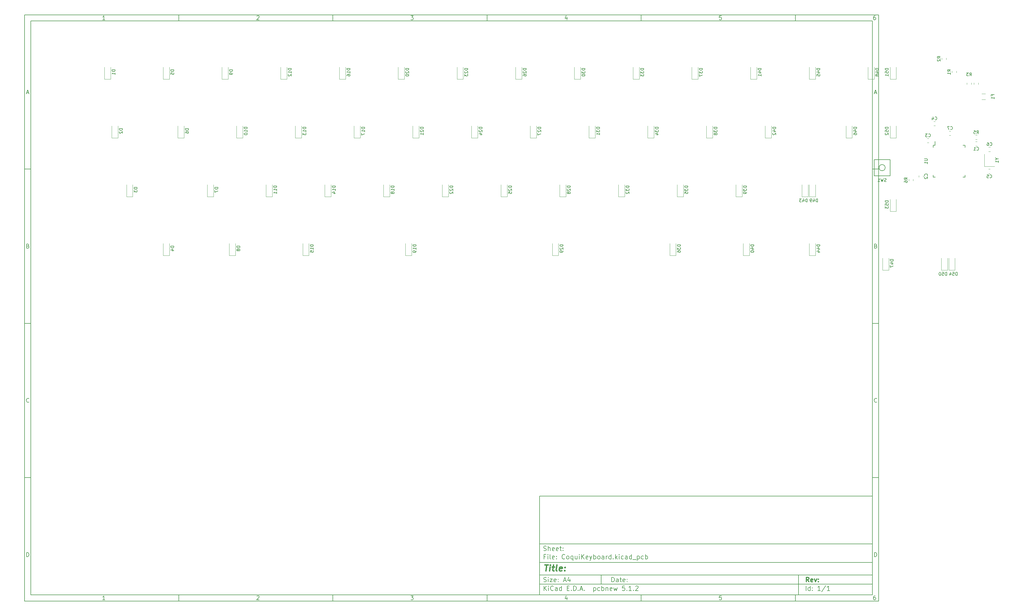
<source format=gbr>
%TF.GenerationSoftware,KiCad,Pcbnew,5.1.2*%
%TF.CreationDate,2019-06-09T19:24:23-04:00*%
%TF.ProjectId,CoquiKeyboard,436f7175-694b-4657-9962-6f6172642e6b,rev?*%
%TF.SameCoordinates,Original*%
%TF.FileFunction,Legend,Bot*%
%TF.FilePolarity,Positive*%
%FSLAX46Y46*%
G04 Gerber Fmt 4.6, Leading zero omitted, Abs format (unit mm)*
G04 Created by KiCad (PCBNEW 5.1.2) date 2019-06-09 19:24:23*
%MOMM*%
%LPD*%
G04 APERTURE LIST*
%ADD10C,0.100000*%
%ADD11C,0.150000*%
%ADD12C,0.300000*%
%ADD13C,0.400000*%
%ADD14C,0.120000*%
G04 APERTURE END LIST*
D10*
D11*
X177002200Y-166007200D02*
X177002200Y-198007200D01*
X285002200Y-198007200D01*
X285002200Y-166007200D01*
X177002200Y-166007200D01*
D10*
D11*
X10000000Y-10000000D02*
X10000000Y-200007200D01*
X287002200Y-200007200D01*
X287002200Y-10000000D01*
X10000000Y-10000000D01*
D10*
D11*
X12000000Y-12000000D02*
X12000000Y-198007200D01*
X285002200Y-198007200D01*
X285002200Y-12000000D01*
X12000000Y-12000000D01*
D10*
D11*
X60000000Y-12000000D02*
X60000000Y-10000000D01*
D10*
D11*
X110000000Y-12000000D02*
X110000000Y-10000000D01*
D10*
D11*
X160000000Y-12000000D02*
X160000000Y-10000000D01*
D10*
D11*
X210000000Y-12000000D02*
X210000000Y-10000000D01*
D10*
D11*
X260000000Y-12000000D02*
X260000000Y-10000000D01*
D10*
D11*
X36065476Y-11588095D02*
X35322619Y-11588095D01*
X35694047Y-11588095D02*
X35694047Y-10288095D01*
X35570238Y-10473809D01*
X35446428Y-10597619D01*
X35322619Y-10659523D01*
D10*
D11*
X85322619Y-10411904D02*
X85384523Y-10350000D01*
X85508333Y-10288095D01*
X85817857Y-10288095D01*
X85941666Y-10350000D01*
X86003571Y-10411904D01*
X86065476Y-10535714D01*
X86065476Y-10659523D01*
X86003571Y-10845238D01*
X85260714Y-11588095D01*
X86065476Y-11588095D01*
D10*
D11*
X135260714Y-10288095D02*
X136065476Y-10288095D01*
X135632142Y-10783333D01*
X135817857Y-10783333D01*
X135941666Y-10845238D01*
X136003571Y-10907142D01*
X136065476Y-11030952D01*
X136065476Y-11340476D01*
X136003571Y-11464285D01*
X135941666Y-11526190D01*
X135817857Y-11588095D01*
X135446428Y-11588095D01*
X135322619Y-11526190D01*
X135260714Y-11464285D01*
D10*
D11*
X185941666Y-10721428D02*
X185941666Y-11588095D01*
X185632142Y-10226190D02*
X185322619Y-11154761D01*
X186127380Y-11154761D01*
D10*
D11*
X236003571Y-10288095D02*
X235384523Y-10288095D01*
X235322619Y-10907142D01*
X235384523Y-10845238D01*
X235508333Y-10783333D01*
X235817857Y-10783333D01*
X235941666Y-10845238D01*
X236003571Y-10907142D01*
X236065476Y-11030952D01*
X236065476Y-11340476D01*
X236003571Y-11464285D01*
X235941666Y-11526190D01*
X235817857Y-11588095D01*
X235508333Y-11588095D01*
X235384523Y-11526190D01*
X235322619Y-11464285D01*
D10*
D11*
X285941666Y-10288095D02*
X285694047Y-10288095D01*
X285570238Y-10350000D01*
X285508333Y-10411904D01*
X285384523Y-10597619D01*
X285322619Y-10845238D01*
X285322619Y-11340476D01*
X285384523Y-11464285D01*
X285446428Y-11526190D01*
X285570238Y-11588095D01*
X285817857Y-11588095D01*
X285941666Y-11526190D01*
X286003571Y-11464285D01*
X286065476Y-11340476D01*
X286065476Y-11030952D01*
X286003571Y-10907142D01*
X285941666Y-10845238D01*
X285817857Y-10783333D01*
X285570238Y-10783333D01*
X285446428Y-10845238D01*
X285384523Y-10907142D01*
X285322619Y-11030952D01*
D10*
D11*
X60000000Y-198007200D02*
X60000000Y-200007200D01*
D10*
D11*
X110000000Y-198007200D02*
X110000000Y-200007200D01*
D10*
D11*
X160000000Y-198007200D02*
X160000000Y-200007200D01*
D10*
D11*
X210000000Y-198007200D02*
X210000000Y-200007200D01*
D10*
D11*
X260000000Y-198007200D02*
X260000000Y-200007200D01*
D10*
D11*
X36065476Y-199595295D02*
X35322619Y-199595295D01*
X35694047Y-199595295D02*
X35694047Y-198295295D01*
X35570238Y-198481009D01*
X35446428Y-198604819D01*
X35322619Y-198666723D01*
D10*
D11*
X85322619Y-198419104D02*
X85384523Y-198357200D01*
X85508333Y-198295295D01*
X85817857Y-198295295D01*
X85941666Y-198357200D01*
X86003571Y-198419104D01*
X86065476Y-198542914D01*
X86065476Y-198666723D01*
X86003571Y-198852438D01*
X85260714Y-199595295D01*
X86065476Y-199595295D01*
D10*
D11*
X135260714Y-198295295D02*
X136065476Y-198295295D01*
X135632142Y-198790533D01*
X135817857Y-198790533D01*
X135941666Y-198852438D01*
X136003571Y-198914342D01*
X136065476Y-199038152D01*
X136065476Y-199347676D01*
X136003571Y-199471485D01*
X135941666Y-199533390D01*
X135817857Y-199595295D01*
X135446428Y-199595295D01*
X135322619Y-199533390D01*
X135260714Y-199471485D01*
D10*
D11*
X185941666Y-198728628D02*
X185941666Y-199595295D01*
X185632142Y-198233390D02*
X185322619Y-199161961D01*
X186127380Y-199161961D01*
D10*
D11*
X236003571Y-198295295D02*
X235384523Y-198295295D01*
X235322619Y-198914342D01*
X235384523Y-198852438D01*
X235508333Y-198790533D01*
X235817857Y-198790533D01*
X235941666Y-198852438D01*
X236003571Y-198914342D01*
X236065476Y-199038152D01*
X236065476Y-199347676D01*
X236003571Y-199471485D01*
X235941666Y-199533390D01*
X235817857Y-199595295D01*
X235508333Y-199595295D01*
X235384523Y-199533390D01*
X235322619Y-199471485D01*
D10*
D11*
X285941666Y-198295295D02*
X285694047Y-198295295D01*
X285570238Y-198357200D01*
X285508333Y-198419104D01*
X285384523Y-198604819D01*
X285322619Y-198852438D01*
X285322619Y-199347676D01*
X285384523Y-199471485D01*
X285446428Y-199533390D01*
X285570238Y-199595295D01*
X285817857Y-199595295D01*
X285941666Y-199533390D01*
X286003571Y-199471485D01*
X286065476Y-199347676D01*
X286065476Y-199038152D01*
X286003571Y-198914342D01*
X285941666Y-198852438D01*
X285817857Y-198790533D01*
X285570238Y-198790533D01*
X285446428Y-198852438D01*
X285384523Y-198914342D01*
X285322619Y-199038152D01*
D10*
D11*
X10000000Y-60000000D02*
X12000000Y-60000000D01*
D10*
D11*
X10000000Y-110000000D02*
X12000000Y-110000000D01*
D10*
D11*
X10000000Y-160000000D02*
X12000000Y-160000000D01*
D10*
D11*
X10690476Y-35216666D02*
X11309523Y-35216666D01*
X10566666Y-35588095D02*
X11000000Y-34288095D01*
X11433333Y-35588095D01*
D10*
D11*
X11092857Y-84907142D02*
X11278571Y-84969047D01*
X11340476Y-85030952D01*
X11402380Y-85154761D01*
X11402380Y-85340476D01*
X11340476Y-85464285D01*
X11278571Y-85526190D01*
X11154761Y-85588095D01*
X10659523Y-85588095D01*
X10659523Y-84288095D01*
X11092857Y-84288095D01*
X11216666Y-84350000D01*
X11278571Y-84411904D01*
X11340476Y-84535714D01*
X11340476Y-84659523D01*
X11278571Y-84783333D01*
X11216666Y-84845238D01*
X11092857Y-84907142D01*
X10659523Y-84907142D01*
D10*
D11*
X11402380Y-135464285D02*
X11340476Y-135526190D01*
X11154761Y-135588095D01*
X11030952Y-135588095D01*
X10845238Y-135526190D01*
X10721428Y-135402380D01*
X10659523Y-135278571D01*
X10597619Y-135030952D01*
X10597619Y-134845238D01*
X10659523Y-134597619D01*
X10721428Y-134473809D01*
X10845238Y-134350000D01*
X11030952Y-134288095D01*
X11154761Y-134288095D01*
X11340476Y-134350000D01*
X11402380Y-134411904D01*
D10*
D11*
X10659523Y-185588095D02*
X10659523Y-184288095D01*
X10969047Y-184288095D01*
X11154761Y-184350000D01*
X11278571Y-184473809D01*
X11340476Y-184597619D01*
X11402380Y-184845238D01*
X11402380Y-185030952D01*
X11340476Y-185278571D01*
X11278571Y-185402380D01*
X11154761Y-185526190D01*
X10969047Y-185588095D01*
X10659523Y-185588095D01*
D10*
D11*
X287002200Y-60000000D02*
X285002200Y-60000000D01*
D10*
D11*
X287002200Y-110000000D02*
X285002200Y-110000000D01*
D10*
D11*
X287002200Y-160000000D02*
X285002200Y-160000000D01*
D10*
D11*
X285692676Y-35216666D02*
X286311723Y-35216666D01*
X285568866Y-35588095D02*
X286002200Y-34288095D01*
X286435533Y-35588095D01*
D10*
D11*
X286095057Y-84907142D02*
X286280771Y-84969047D01*
X286342676Y-85030952D01*
X286404580Y-85154761D01*
X286404580Y-85340476D01*
X286342676Y-85464285D01*
X286280771Y-85526190D01*
X286156961Y-85588095D01*
X285661723Y-85588095D01*
X285661723Y-84288095D01*
X286095057Y-84288095D01*
X286218866Y-84350000D01*
X286280771Y-84411904D01*
X286342676Y-84535714D01*
X286342676Y-84659523D01*
X286280771Y-84783333D01*
X286218866Y-84845238D01*
X286095057Y-84907142D01*
X285661723Y-84907142D01*
D10*
D11*
X286404580Y-135464285D02*
X286342676Y-135526190D01*
X286156961Y-135588095D01*
X286033152Y-135588095D01*
X285847438Y-135526190D01*
X285723628Y-135402380D01*
X285661723Y-135278571D01*
X285599819Y-135030952D01*
X285599819Y-134845238D01*
X285661723Y-134597619D01*
X285723628Y-134473809D01*
X285847438Y-134350000D01*
X286033152Y-134288095D01*
X286156961Y-134288095D01*
X286342676Y-134350000D01*
X286404580Y-134411904D01*
D10*
D11*
X285661723Y-185588095D02*
X285661723Y-184288095D01*
X285971247Y-184288095D01*
X286156961Y-184350000D01*
X286280771Y-184473809D01*
X286342676Y-184597619D01*
X286404580Y-184845238D01*
X286404580Y-185030952D01*
X286342676Y-185278571D01*
X286280771Y-185402380D01*
X286156961Y-185526190D01*
X285971247Y-185588095D01*
X285661723Y-185588095D01*
D10*
D11*
X200434342Y-193785771D02*
X200434342Y-192285771D01*
X200791485Y-192285771D01*
X201005771Y-192357200D01*
X201148628Y-192500057D01*
X201220057Y-192642914D01*
X201291485Y-192928628D01*
X201291485Y-193142914D01*
X201220057Y-193428628D01*
X201148628Y-193571485D01*
X201005771Y-193714342D01*
X200791485Y-193785771D01*
X200434342Y-193785771D01*
X202577200Y-193785771D02*
X202577200Y-193000057D01*
X202505771Y-192857200D01*
X202362914Y-192785771D01*
X202077200Y-192785771D01*
X201934342Y-192857200D01*
X202577200Y-193714342D02*
X202434342Y-193785771D01*
X202077200Y-193785771D01*
X201934342Y-193714342D01*
X201862914Y-193571485D01*
X201862914Y-193428628D01*
X201934342Y-193285771D01*
X202077200Y-193214342D01*
X202434342Y-193214342D01*
X202577200Y-193142914D01*
X203077200Y-192785771D02*
X203648628Y-192785771D01*
X203291485Y-192285771D02*
X203291485Y-193571485D01*
X203362914Y-193714342D01*
X203505771Y-193785771D01*
X203648628Y-193785771D01*
X204720057Y-193714342D02*
X204577200Y-193785771D01*
X204291485Y-193785771D01*
X204148628Y-193714342D01*
X204077200Y-193571485D01*
X204077200Y-193000057D01*
X204148628Y-192857200D01*
X204291485Y-192785771D01*
X204577200Y-192785771D01*
X204720057Y-192857200D01*
X204791485Y-193000057D01*
X204791485Y-193142914D01*
X204077200Y-193285771D01*
X205434342Y-193642914D02*
X205505771Y-193714342D01*
X205434342Y-193785771D01*
X205362914Y-193714342D01*
X205434342Y-193642914D01*
X205434342Y-193785771D01*
X205434342Y-192857200D02*
X205505771Y-192928628D01*
X205434342Y-193000057D01*
X205362914Y-192928628D01*
X205434342Y-192857200D01*
X205434342Y-193000057D01*
D10*
D11*
X177002200Y-194507200D02*
X285002200Y-194507200D01*
D10*
D11*
X178434342Y-196585771D02*
X178434342Y-195085771D01*
X179291485Y-196585771D02*
X178648628Y-195728628D01*
X179291485Y-195085771D02*
X178434342Y-195942914D01*
X179934342Y-196585771D02*
X179934342Y-195585771D01*
X179934342Y-195085771D02*
X179862914Y-195157200D01*
X179934342Y-195228628D01*
X180005771Y-195157200D01*
X179934342Y-195085771D01*
X179934342Y-195228628D01*
X181505771Y-196442914D02*
X181434342Y-196514342D01*
X181220057Y-196585771D01*
X181077200Y-196585771D01*
X180862914Y-196514342D01*
X180720057Y-196371485D01*
X180648628Y-196228628D01*
X180577200Y-195942914D01*
X180577200Y-195728628D01*
X180648628Y-195442914D01*
X180720057Y-195300057D01*
X180862914Y-195157200D01*
X181077200Y-195085771D01*
X181220057Y-195085771D01*
X181434342Y-195157200D01*
X181505771Y-195228628D01*
X182791485Y-196585771D02*
X182791485Y-195800057D01*
X182720057Y-195657200D01*
X182577200Y-195585771D01*
X182291485Y-195585771D01*
X182148628Y-195657200D01*
X182791485Y-196514342D02*
X182648628Y-196585771D01*
X182291485Y-196585771D01*
X182148628Y-196514342D01*
X182077200Y-196371485D01*
X182077200Y-196228628D01*
X182148628Y-196085771D01*
X182291485Y-196014342D01*
X182648628Y-196014342D01*
X182791485Y-195942914D01*
X184148628Y-196585771D02*
X184148628Y-195085771D01*
X184148628Y-196514342D02*
X184005771Y-196585771D01*
X183720057Y-196585771D01*
X183577200Y-196514342D01*
X183505771Y-196442914D01*
X183434342Y-196300057D01*
X183434342Y-195871485D01*
X183505771Y-195728628D01*
X183577200Y-195657200D01*
X183720057Y-195585771D01*
X184005771Y-195585771D01*
X184148628Y-195657200D01*
X186005771Y-195800057D02*
X186505771Y-195800057D01*
X186720057Y-196585771D02*
X186005771Y-196585771D01*
X186005771Y-195085771D01*
X186720057Y-195085771D01*
X187362914Y-196442914D02*
X187434342Y-196514342D01*
X187362914Y-196585771D01*
X187291485Y-196514342D01*
X187362914Y-196442914D01*
X187362914Y-196585771D01*
X188077200Y-196585771D02*
X188077200Y-195085771D01*
X188434342Y-195085771D01*
X188648628Y-195157200D01*
X188791485Y-195300057D01*
X188862914Y-195442914D01*
X188934342Y-195728628D01*
X188934342Y-195942914D01*
X188862914Y-196228628D01*
X188791485Y-196371485D01*
X188648628Y-196514342D01*
X188434342Y-196585771D01*
X188077200Y-196585771D01*
X189577200Y-196442914D02*
X189648628Y-196514342D01*
X189577200Y-196585771D01*
X189505771Y-196514342D01*
X189577200Y-196442914D01*
X189577200Y-196585771D01*
X190220057Y-196157200D02*
X190934342Y-196157200D01*
X190077200Y-196585771D02*
X190577200Y-195085771D01*
X191077200Y-196585771D01*
X191577200Y-196442914D02*
X191648628Y-196514342D01*
X191577200Y-196585771D01*
X191505771Y-196514342D01*
X191577200Y-196442914D01*
X191577200Y-196585771D01*
X194577200Y-195585771D02*
X194577200Y-197085771D01*
X194577200Y-195657200D02*
X194720057Y-195585771D01*
X195005771Y-195585771D01*
X195148628Y-195657200D01*
X195220057Y-195728628D01*
X195291485Y-195871485D01*
X195291485Y-196300057D01*
X195220057Y-196442914D01*
X195148628Y-196514342D01*
X195005771Y-196585771D01*
X194720057Y-196585771D01*
X194577200Y-196514342D01*
X196577200Y-196514342D02*
X196434342Y-196585771D01*
X196148628Y-196585771D01*
X196005771Y-196514342D01*
X195934342Y-196442914D01*
X195862914Y-196300057D01*
X195862914Y-195871485D01*
X195934342Y-195728628D01*
X196005771Y-195657200D01*
X196148628Y-195585771D01*
X196434342Y-195585771D01*
X196577200Y-195657200D01*
X197220057Y-196585771D02*
X197220057Y-195085771D01*
X197220057Y-195657200D02*
X197362914Y-195585771D01*
X197648628Y-195585771D01*
X197791485Y-195657200D01*
X197862914Y-195728628D01*
X197934342Y-195871485D01*
X197934342Y-196300057D01*
X197862914Y-196442914D01*
X197791485Y-196514342D01*
X197648628Y-196585771D01*
X197362914Y-196585771D01*
X197220057Y-196514342D01*
X198577200Y-195585771D02*
X198577200Y-196585771D01*
X198577200Y-195728628D02*
X198648628Y-195657200D01*
X198791485Y-195585771D01*
X199005771Y-195585771D01*
X199148628Y-195657200D01*
X199220057Y-195800057D01*
X199220057Y-196585771D01*
X200505771Y-196514342D02*
X200362914Y-196585771D01*
X200077200Y-196585771D01*
X199934342Y-196514342D01*
X199862914Y-196371485D01*
X199862914Y-195800057D01*
X199934342Y-195657200D01*
X200077200Y-195585771D01*
X200362914Y-195585771D01*
X200505771Y-195657200D01*
X200577200Y-195800057D01*
X200577200Y-195942914D01*
X199862914Y-196085771D01*
X201077200Y-195585771D02*
X201362914Y-196585771D01*
X201648628Y-195871485D01*
X201934342Y-196585771D01*
X202220057Y-195585771D01*
X204648628Y-195085771D02*
X203934342Y-195085771D01*
X203862914Y-195800057D01*
X203934342Y-195728628D01*
X204077200Y-195657200D01*
X204434342Y-195657200D01*
X204577200Y-195728628D01*
X204648628Y-195800057D01*
X204720057Y-195942914D01*
X204720057Y-196300057D01*
X204648628Y-196442914D01*
X204577200Y-196514342D01*
X204434342Y-196585771D01*
X204077200Y-196585771D01*
X203934342Y-196514342D01*
X203862914Y-196442914D01*
X205362914Y-196442914D02*
X205434342Y-196514342D01*
X205362914Y-196585771D01*
X205291485Y-196514342D01*
X205362914Y-196442914D01*
X205362914Y-196585771D01*
X206862914Y-196585771D02*
X206005771Y-196585771D01*
X206434342Y-196585771D02*
X206434342Y-195085771D01*
X206291485Y-195300057D01*
X206148628Y-195442914D01*
X206005771Y-195514342D01*
X207505771Y-196442914D02*
X207577200Y-196514342D01*
X207505771Y-196585771D01*
X207434342Y-196514342D01*
X207505771Y-196442914D01*
X207505771Y-196585771D01*
X208148628Y-195228628D02*
X208220057Y-195157200D01*
X208362914Y-195085771D01*
X208720057Y-195085771D01*
X208862914Y-195157200D01*
X208934342Y-195228628D01*
X209005771Y-195371485D01*
X209005771Y-195514342D01*
X208934342Y-195728628D01*
X208077200Y-196585771D01*
X209005771Y-196585771D01*
D10*
D11*
X177002200Y-191507200D02*
X285002200Y-191507200D01*
D10*
D12*
X264411485Y-193785771D02*
X263911485Y-193071485D01*
X263554342Y-193785771D02*
X263554342Y-192285771D01*
X264125771Y-192285771D01*
X264268628Y-192357200D01*
X264340057Y-192428628D01*
X264411485Y-192571485D01*
X264411485Y-192785771D01*
X264340057Y-192928628D01*
X264268628Y-193000057D01*
X264125771Y-193071485D01*
X263554342Y-193071485D01*
X265625771Y-193714342D02*
X265482914Y-193785771D01*
X265197200Y-193785771D01*
X265054342Y-193714342D01*
X264982914Y-193571485D01*
X264982914Y-193000057D01*
X265054342Y-192857200D01*
X265197200Y-192785771D01*
X265482914Y-192785771D01*
X265625771Y-192857200D01*
X265697200Y-193000057D01*
X265697200Y-193142914D01*
X264982914Y-193285771D01*
X266197200Y-192785771D02*
X266554342Y-193785771D01*
X266911485Y-192785771D01*
X267482914Y-193642914D02*
X267554342Y-193714342D01*
X267482914Y-193785771D01*
X267411485Y-193714342D01*
X267482914Y-193642914D01*
X267482914Y-193785771D01*
X267482914Y-192857200D02*
X267554342Y-192928628D01*
X267482914Y-193000057D01*
X267411485Y-192928628D01*
X267482914Y-192857200D01*
X267482914Y-193000057D01*
D10*
D11*
X178362914Y-193714342D02*
X178577200Y-193785771D01*
X178934342Y-193785771D01*
X179077200Y-193714342D01*
X179148628Y-193642914D01*
X179220057Y-193500057D01*
X179220057Y-193357200D01*
X179148628Y-193214342D01*
X179077200Y-193142914D01*
X178934342Y-193071485D01*
X178648628Y-193000057D01*
X178505771Y-192928628D01*
X178434342Y-192857200D01*
X178362914Y-192714342D01*
X178362914Y-192571485D01*
X178434342Y-192428628D01*
X178505771Y-192357200D01*
X178648628Y-192285771D01*
X179005771Y-192285771D01*
X179220057Y-192357200D01*
X179862914Y-193785771D02*
X179862914Y-192785771D01*
X179862914Y-192285771D02*
X179791485Y-192357200D01*
X179862914Y-192428628D01*
X179934342Y-192357200D01*
X179862914Y-192285771D01*
X179862914Y-192428628D01*
X180434342Y-192785771D02*
X181220057Y-192785771D01*
X180434342Y-193785771D01*
X181220057Y-193785771D01*
X182362914Y-193714342D02*
X182220057Y-193785771D01*
X181934342Y-193785771D01*
X181791485Y-193714342D01*
X181720057Y-193571485D01*
X181720057Y-193000057D01*
X181791485Y-192857200D01*
X181934342Y-192785771D01*
X182220057Y-192785771D01*
X182362914Y-192857200D01*
X182434342Y-193000057D01*
X182434342Y-193142914D01*
X181720057Y-193285771D01*
X183077200Y-193642914D02*
X183148628Y-193714342D01*
X183077200Y-193785771D01*
X183005771Y-193714342D01*
X183077200Y-193642914D01*
X183077200Y-193785771D01*
X183077200Y-192857200D02*
X183148628Y-192928628D01*
X183077200Y-193000057D01*
X183005771Y-192928628D01*
X183077200Y-192857200D01*
X183077200Y-193000057D01*
X184862914Y-193357200D02*
X185577200Y-193357200D01*
X184720057Y-193785771D02*
X185220057Y-192285771D01*
X185720057Y-193785771D01*
X186862914Y-192785771D02*
X186862914Y-193785771D01*
X186505771Y-192214342D02*
X186148628Y-193285771D01*
X187077200Y-193285771D01*
D10*
D11*
X263434342Y-196585771D02*
X263434342Y-195085771D01*
X264791485Y-196585771D02*
X264791485Y-195085771D01*
X264791485Y-196514342D02*
X264648628Y-196585771D01*
X264362914Y-196585771D01*
X264220057Y-196514342D01*
X264148628Y-196442914D01*
X264077200Y-196300057D01*
X264077200Y-195871485D01*
X264148628Y-195728628D01*
X264220057Y-195657200D01*
X264362914Y-195585771D01*
X264648628Y-195585771D01*
X264791485Y-195657200D01*
X265505771Y-196442914D02*
X265577200Y-196514342D01*
X265505771Y-196585771D01*
X265434342Y-196514342D01*
X265505771Y-196442914D01*
X265505771Y-196585771D01*
X265505771Y-195657200D02*
X265577200Y-195728628D01*
X265505771Y-195800057D01*
X265434342Y-195728628D01*
X265505771Y-195657200D01*
X265505771Y-195800057D01*
X268148628Y-196585771D02*
X267291485Y-196585771D01*
X267720057Y-196585771D02*
X267720057Y-195085771D01*
X267577200Y-195300057D01*
X267434342Y-195442914D01*
X267291485Y-195514342D01*
X269862914Y-195014342D02*
X268577200Y-196942914D01*
X271148628Y-196585771D02*
X270291485Y-196585771D01*
X270720057Y-196585771D02*
X270720057Y-195085771D01*
X270577200Y-195300057D01*
X270434342Y-195442914D01*
X270291485Y-195514342D01*
D10*
D11*
X177002200Y-187507200D02*
X285002200Y-187507200D01*
D10*
D13*
X178714580Y-188211961D02*
X179857438Y-188211961D01*
X179036009Y-190211961D02*
X179286009Y-188211961D01*
X180274104Y-190211961D02*
X180440771Y-188878628D01*
X180524104Y-188211961D02*
X180416961Y-188307200D01*
X180500295Y-188402438D01*
X180607438Y-188307200D01*
X180524104Y-188211961D01*
X180500295Y-188402438D01*
X181107438Y-188878628D02*
X181869342Y-188878628D01*
X181476485Y-188211961D02*
X181262200Y-189926247D01*
X181333628Y-190116723D01*
X181512200Y-190211961D01*
X181702676Y-190211961D01*
X182655057Y-190211961D02*
X182476485Y-190116723D01*
X182405057Y-189926247D01*
X182619342Y-188211961D01*
X184190771Y-190116723D02*
X183988390Y-190211961D01*
X183607438Y-190211961D01*
X183428866Y-190116723D01*
X183357438Y-189926247D01*
X183452676Y-189164342D01*
X183571723Y-188973866D01*
X183774104Y-188878628D01*
X184155057Y-188878628D01*
X184333628Y-188973866D01*
X184405057Y-189164342D01*
X184381247Y-189354819D01*
X183405057Y-189545295D01*
X185155057Y-190021485D02*
X185238390Y-190116723D01*
X185131247Y-190211961D01*
X185047914Y-190116723D01*
X185155057Y-190021485D01*
X185131247Y-190211961D01*
X185286009Y-188973866D02*
X185369342Y-189069104D01*
X185262200Y-189164342D01*
X185178866Y-189069104D01*
X185286009Y-188973866D01*
X185262200Y-189164342D01*
D10*
D11*
X178934342Y-185600057D02*
X178434342Y-185600057D01*
X178434342Y-186385771D02*
X178434342Y-184885771D01*
X179148628Y-184885771D01*
X179720057Y-186385771D02*
X179720057Y-185385771D01*
X179720057Y-184885771D02*
X179648628Y-184957200D01*
X179720057Y-185028628D01*
X179791485Y-184957200D01*
X179720057Y-184885771D01*
X179720057Y-185028628D01*
X180648628Y-186385771D02*
X180505771Y-186314342D01*
X180434342Y-186171485D01*
X180434342Y-184885771D01*
X181791485Y-186314342D02*
X181648628Y-186385771D01*
X181362914Y-186385771D01*
X181220057Y-186314342D01*
X181148628Y-186171485D01*
X181148628Y-185600057D01*
X181220057Y-185457200D01*
X181362914Y-185385771D01*
X181648628Y-185385771D01*
X181791485Y-185457200D01*
X181862914Y-185600057D01*
X181862914Y-185742914D01*
X181148628Y-185885771D01*
X182505771Y-186242914D02*
X182577200Y-186314342D01*
X182505771Y-186385771D01*
X182434342Y-186314342D01*
X182505771Y-186242914D01*
X182505771Y-186385771D01*
X182505771Y-185457200D02*
X182577200Y-185528628D01*
X182505771Y-185600057D01*
X182434342Y-185528628D01*
X182505771Y-185457200D01*
X182505771Y-185600057D01*
X185220057Y-186242914D02*
X185148628Y-186314342D01*
X184934342Y-186385771D01*
X184791485Y-186385771D01*
X184577200Y-186314342D01*
X184434342Y-186171485D01*
X184362914Y-186028628D01*
X184291485Y-185742914D01*
X184291485Y-185528628D01*
X184362914Y-185242914D01*
X184434342Y-185100057D01*
X184577200Y-184957200D01*
X184791485Y-184885771D01*
X184934342Y-184885771D01*
X185148628Y-184957200D01*
X185220057Y-185028628D01*
X186077200Y-186385771D02*
X185934342Y-186314342D01*
X185862914Y-186242914D01*
X185791485Y-186100057D01*
X185791485Y-185671485D01*
X185862914Y-185528628D01*
X185934342Y-185457200D01*
X186077200Y-185385771D01*
X186291485Y-185385771D01*
X186434342Y-185457200D01*
X186505771Y-185528628D01*
X186577200Y-185671485D01*
X186577200Y-186100057D01*
X186505771Y-186242914D01*
X186434342Y-186314342D01*
X186291485Y-186385771D01*
X186077200Y-186385771D01*
X187862914Y-185385771D02*
X187862914Y-186885771D01*
X187862914Y-186314342D02*
X187720057Y-186385771D01*
X187434342Y-186385771D01*
X187291485Y-186314342D01*
X187220057Y-186242914D01*
X187148628Y-186100057D01*
X187148628Y-185671485D01*
X187220057Y-185528628D01*
X187291485Y-185457200D01*
X187434342Y-185385771D01*
X187720057Y-185385771D01*
X187862914Y-185457200D01*
X189220057Y-185385771D02*
X189220057Y-186385771D01*
X188577200Y-185385771D02*
X188577200Y-186171485D01*
X188648628Y-186314342D01*
X188791485Y-186385771D01*
X189005771Y-186385771D01*
X189148628Y-186314342D01*
X189220057Y-186242914D01*
X189934342Y-186385771D02*
X189934342Y-185385771D01*
X189934342Y-184885771D02*
X189862914Y-184957200D01*
X189934342Y-185028628D01*
X190005771Y-184957200D01*
X189934342Y-184885771D01*
X189934342Y-185028628D01*
X190648628Y-186385771D02*
X190648628Y-184885771D01*
X191505771Y-186385771D02*
X190862914Y-185528628D01*
X191505771Y-184885771D02*
X190648628Y-185742914D01*
X192720057Y-186314342D02*
X192577200Y-186385771D01*
X192291485Y-186385771D01*
X192148628Y-186314342D01*
X192077200Y-186171485D01*
X192077200Y-185600057D01*
X192148628Y-185457200D01*
X192291485Y-185385771D01*
X192577200Y-185385771D01*
X192720057Y-185457200D01*
X192791485Y-185600057D01*
X192791485Y-185742914D01*
X192077200Y-185885771D01*
X193291485Y-185385771D02*
X193648628Y-186385771D01*
X194005771Y-185385771D02*
X193648628Y-186385771D01*
X193505771Y-186742914D01*
X193434342Y-186814342D01*
X193291485Y-186885771D01*
X194577200Y-186385771D02*
X194577200Y-184885771D01*
X194577200Y-185457200D02*
X194720057Y-185385771D01*
X195005771Y-185385771D01*
X195148628Y-185457200D01*
X195220057Y-185528628D01*
X195291485Y-185671485D01*
X195291485Y-186100057D01*
X195220057Y-186242914D01*
X195148628Y-186314342D01*
X195005771Y-186385771D01*
X194720057Y-186385771D01*
X194577200Y-186314342D01*
X196148628Y-186385771D02*
X196005771Y-186314342D01*
X195934342Y-186242914D01*
X195862914Y-186100057D01*
X195862914Y-185671485D01*
X195934342Y-185528628D01*
X196005771Y-185457200D01*
X196148628Y-185385771D01*
X196362914Y-185385771D01*
X196505771Y-185457200D01*
X196577200Y-185528628D01*
X196648628Y-185671485D01*
X196648628Y-186100057D01*
X196577200Y-186242914D01*
X196505771Y-186314342D01*
X196362914Y-186385771D01*
X196148628Y-186385771D01*
X197934342Y-186385771D02*
X197934342Y-185600057D01*
X197862914Y-185457200D01*
X197720057Y-185385771D01*
X197434342Y-185385771D01*
X197291485Y-185457200D01*
X197934342Y-186314342D02*
X197791485Y-186385771D01*
X197434342Y-186385771D01*
X197291485Y-186314342D01*
X197220057Y-186171485D01*
X197220057Y-186028628D01*
X197291485Y-185885771D01*
X197434342Y-185814342D01*
X197791485Y-185814342D01*
X197934342Y-185742914D01*
X198648628Y-186385771D02*
X198648628Y-185385771D01*
X198648628Y-185671485D02*
X198720057Y-185528628D01*
X198791485Y-185457200D01*
X198934342Y-185385771D01*
X199077200Y-185385771D01*
X200220057Y-186385771D02*
X200220057Y-184885771D01*
X200220057Y-186314342D02*
X200077200Y-186385771D01*
X199791485Y-186385771D01*
X199648628Y-186314342D01*
X199577200Y-186242914D01*
X199505771Y-186100057D01*
X199505771Y-185671485D01*
X199577200Y-185528628D01*
X199648628Y-185457200D01*
X199791485Y-185385771D01*
X200077200Y-185385771D01*
X200220057Y-185457200D01*
X200934342Y-186242914D02*
X201005771Y-186314342D01*
X200934342Y-186385771D01*
X200862914Y-186314342D01*
X200934342Y-186242914D01*
X200934342Y-186385771D01*
X201648628Y-186385771D02*
X201648628Y-184885771D01*
X201791485Y-185814342D02*
X202220057Y-186385771D01*
X202220057Y-185385771D02*
X201648628Y-185957200D01*
X202862914Y-186385771D02*
X202862914Y-185385771D01*
X202862914Y-184885771D02*
X202791485Y-184957200D01*
X202862914Y-185028628D01*
X202934342Y-184957200D01*
X202862914Y-184885771D01*
X202862914Y-185028628D01*
X204220057Y-186314342D02*
X204077200Y-186385771D01*
X203791485Y-186385771D01*
X203648628Y-186314342D01*
X203577200Y-186242914D01*
X203505771Y-186100057D01*
X203505771Y-185671485D01*
X203577200Y-185528628D01*
X203648628Y-185457200D01*
X203791485Y-185385771D01*
X204077200Y-185385771D01*
X204220057Y-185457200D01*
X205505771Y-186385771D02*
X205505771Y-185600057D01*
X205434342Y-185457200D01*
X205291485Y-185385771D01*
X205005771Y-185385771D01*
X204862914Y-185457200D01*
X205505771Y-186314342D02*
X205362914Y-186385771D01*
X205005771Y-186385771D01*
X204862914Y-186314342D01*
X204791485Y-186171485D01*
X204791485Y-186028628D01*
X204862914Y-185885771D01*
X205005771Y-185814342D01*
X205362914Y-185814342D01*
X205505771Y-185742914D01*
X206862914Y-186385771D02*
X206862914Y-184885771D01*
X206862914Y-186314342D02*
X206720057Y-186385771D01*
X206434342Y-186385771D01*
X206291485Y-186314342D01*
X206220057Y-186242914D01*
X206148628Y-186100057D01*
X206148628Y-185671485D01*
X206220057Y-185528628D01*
X206291485Y-185457200D01*
X206434342Y-185385771D01*
X206720057Y-185385771D01*
X206862914Y-185457200D01*
X207220057Y-186528628D02*
X208362914Y-186528628D01*
X208720057Y-185385771D02*
X208720057Y-186885771D01*
X208720057Y-185457200D02*
X208862914Y-185385771D01*
X209148628Y-185385771D01*
X209291485Y-185457200D01*
X209362914Y-185528628D01*
X209434342Y-185671485D01*
X209434342Y-186100057D01*
X209362914Y-186242914D01*
X209291485Y-186314342D01*
X209148628Y-186385771D01*
X208862914Y-186385771D01*
X208720057Y-186314342D01*
X210720057Y-186314342D02*
X210577200Y-186385771D01*
X210291485Y-186385771D01*
X210148628Y-186314342D01*
X210077200Y-186242914D01*
X210005771Y-186100057D01*
X210005771Y-185671485D01*
X210077200Y-185528628D01*
X210148628Y-185457200D01*
X210291485Y-185385771D01*
X210577200Y-185385771D01*
X210720057Y-185457200D01*
X211362914Y-186385771D02*
X211362914Y-184885771D01*
X211362914Y-185457200D02*
X211505771Y-185385771D01*
X211791485Y-185385771D01*
X211934342Y-185457200D01*
X212005771Y-185528628D01*
X212077200Y-185671485D01*
X212077200Y-186100057D01*
X212005771Y-186242914D01*
X211934342Y-186314342D01*
X211791485Y-186385771D01*
X211505771Y-186385771D01*
X211362914Y-186314342D01*
D10*
D11*
X177002200Y-181507200D02*
X285002200Y-181507200D01*
D10*
D11*
X178362914Y-183614342D02*
X178577200Y-183685771D01*
X178934342Y-183685771D01*
X179077200Y-183614342D01*
X179148628Y-183542914D01*
X179220057Y-183400057D01*
X179220057Y-183257200D01*
X179148628Y-183114342D01*
X179077200Y-183042914D01*
X178934342Y-182971485D01*
X178648628Y-182900057D01*
X178505771Y-182828628D01*
X178434342Y-182757200D01*
X178362914Y-182614342D01*
X178362914Y-182471485D01*
X178434342Y-182328628D01*
X178505771Y-182257200D01*
X178648628Y-182185771D01*
X179005771Y-182185771D01*
X179220057Y-182257200D01*
X179862914Y-183685771D02*
X179862914Y-182185771D01*
X180505771Y-183685771D02*
X180505771Y-182900057D01*
X180434342Y-182757200D01*
X180291485Y-182685771D01*
X180077200Y-182685771D01*
X179934342Y-182757200D01*
X179862914Y-182828628D01*
X181791485Y-183614342D02*
X181648628Y-183685771D01*
X181362914Y-183685771D01*
X181220057Y-183614342D01*
X181148628Y-183471485D01*
X181148628Y-182900057D01*
X181220057Y-182757200D01*
X181362914Y-182685771D01*
X181648628Y-182685771D01*
X181791485Y-182757200D01*
X181862914Y-182900057D01*
X181862914Y-183042914D01*
X181148628Y-183185771D01*
X183077200Y-183614342D02*
X182934342Y-183685771D01*
X182648628Y-183685771D01*
X182505771Y-183614342D01*
X182434342Y-183471485D01*
X182434342Y-182900057D01*
X182505771Y-182757200D01*
X182648628Y-182685771D01*
X182934342Y-182685771D01*
X183077200Y-182757200D01*
X183148628Y-182900057D01*
X183148628Y-183042914D01*
X182434342Y-183185771D01*
X183577200Y-182685771D02*
X184148628Y-182685771D01*
X183791485Y-182185771D02*
X183791485Y-183471485D01*
X183862914Y-183614342D01*
X184005771Y-183685771D01*
X184148628Y-183685771D01*
X184648628Y-183542914D02*
X184720057Y-183614342D01*
X184648628Y-183685771D01*
X184577200Y-183614342D01*
X184648628Y-183542914D01*
X184648628Y-183685771D01*
X184648628Y-182757200D02*
X184720057Y-182828628D01*
X184648628Y-182900057D01*
X184577200Y-182828628D01*
X184648628Y-182757200D01*
X184648628Y-182900057D01*
D10*
D11*
X197002200Y-191507200D02*
X197002200Y-194507200D01*
D10*
D11*
X261002200Y-191507200D02*
X261002200Y-198007200D01*
D14*
X152257000Y-30824000D02*
X152257000Y-26924000D01*
X150257000Y-30824000D02*
X150257000Y-26924000D01*
X152257000Y-30824000D02*
X150257000Y-30824000D01*
X312241000Y-28237922D02*
X312241000Y-28755078D01*
X310821000Y-28237922D02*
X310821000Y-28755078D01*
X307519000Y-23949922D02*
X307519000Y-24467078D01*
X308939000Y-23949922D02*
X308939000Y-24467078D01*
X315647000Y-32565078D02*
X315647000Y-32047922D01*
X317067000Y-32565078D02*
X317067000Y-32047922D01*
X303272402Y-51460364D02*
X302755246Y-51460364D01*
X303272402Y-50040364D02*
X302755246Y-50040364D01*
X318382186Y-51082160D02*
X318899342Y-51082160D01*
X318382186Y-52502160D02*
X318899342Y-52502160D01*
X300071404Y-62617526D02*
X300071404Y-62100370D01*
X301491404Y-62617526D02*
X301491404Y-62100370D01*
X305355994Y-45953728D02*
X304838838Y-45953728D01*
X305355994Y-44533728D02*
X304838838Y-44533728D01*
X322653922Y-60011875D02*
X323171078Y-60011875D01*
X322653922Y-61431875D02*
X323171078Y-61431875D01*
X322698198Y-52868096D02*
X323215354Y-52868096D01*
X322698198Y-54288096D02*
X323215354Y-54288096D01*
X310416146Y-49079116D02*
X309898990Y-49079116D01*
X310416146Y-47659116D02*
X309898990Y-47659116D01*
X37909375Y-30825000D02*
X37909375Y-26925000D01*
X35909375Y-30825000D02*
X35909375Y-26925000D01*
X37909375Y-30825000D02*
X35909375Y-30825000D01*
X56959375Y-30825000D02*
X56959375Y-26925000D01*
X54959375Y-30825000D02*
X54959375Y-26925000D01*
X56959375Y-30825000D02*
X54959375Y-30825000D01*
X76009375Y-30825000D02*
X76009375Y-26925000D01*
X74009375Y-30825000D02*
X74009375Y-26925000D01*
X76009375Y-30825000D02*
X74009375Y-30825000D01*
X95059375Y-30825000D02*
X95059375Y-26925000D01*
X93059375Y-30825000D02*
X93059375Y-26925000D01*
X95059375Y-30825000D02*
X93059375Y-30825000D01*
X114109375Y-30825000D02*
X114109375Y-26925000D01*
X112109375Y-30825000D02*
X112109375Y-26925000D01*
X114109375Y-30825000D02*
X112109375Y-30825000D01*
X133159375Y-30825000D02*
X133159375Y-26925000D01*
X131159375Y-30825000D02*
X131159375Y-26925000D01*
X133159375Y-30825000D02*
X131159375Y-30825000D01*
X171259375Y-30825000D02*
X171259375Y-26925000D01*
X169259375Y-30825000D02*
X169259375Y-26925000D01*
X171259375Y-30825000D02*
X169259375Y-30825000D01*
X190309375Y-30825000D02*
X190309375Y-26925000D01*
X188309375Y-30825000D02*
X188309375Y-26925000D01*
X190309375Y-30825000D02*
X188309375Y-30825000D01*
X209359375Y-30825000D02*
X209359375Y-26925000D01*
X207359375Y-30825000D02*
X207359375Y-26925000D01*
X209359375Y-30825000D02*
X207359375Y-30825000D01*
X228409375Y-30825000D02*
X228409375Y-26925000D01*
X226409375Y-30825000D02*
X226409375Y-26925000D01*
X228409375Y-30825000D02*
X226409375Y-30825000D01*
X247459375Y-30825000D02*
X247459375Y-26925000D01*
X245459375Y-30825000D02*
X245459375Y-26925000D01*
X247459375Y-30825000D02*
X245459375Y-30825000D01*
X266509375Y-30825000D02*
X266509375Y-26925000D01*
X264509375Y-30825000D02*
X264509375Y-26925000D01*
X266509375Y-30825000D02*
X264509375Y-30825000D01*
X285559375Y-30825000D02*
X285559375Y-26925000D01*
X283559375Y-30825000D02*
X283559375Y-26925000D01*
X285559375Y-30825000D02*
X283559375Y-30825000D01*
X292703125Y-30825000D02*
X292703125Y-26925000D01*
X290703125Y-30825000D02*
X290703125Y-26925000D01*
X292703125Y-30825000D02*
X290703125Y-30825000D01*
X40290625Y-49875000D02*
X40290625Y-45975000D01*
X38290625Y-49875000D02*
X38290625Y-45975000D01*
X40290625Y-49875000D02*
X38290625Y-49875000D01*
X61721875Y-49875000D02*
X61721875Y-45975000D01*
X59721875Y-49875000D02*
X59721875Y-45975000D01*
X61721875Y-49875000D02*
X59721875Y-49875000D01*
X80771875Y-49875000D02*
X80771875Y-45975000D01*
X78771875Y-49875000D02*
X78771875Y-45975000D01*
X80771875Y-49875000D02*
X78771875Y-49875000D01*
X99821875Y-49875000D02*
X99821875Y-45975000D01*
X97821875Y-49875000D02*
X97821875Y-45975000D01*
X99821875Y-49875000D02*
X97821875Y-49875000D01*
X118871875Y-49875000D02*
X118871875Y-45975000D01*
X116871875Y-49875000D02*
X116871875Y-45975000D01*
X118871875Y-49875000D02*
X116871875Y-49875000D01*
X137921875Y-49875000D02*
X137921875Y-45975000D01*
X135921875Y-49875000D02*
X135921875Y-45975000D01*
X137921875Y-49875000D02*
X135921875Y-49875000D01*
X156971875Y-49875000D02*
X156971875Y-45975000D01*
X154971875Y-49875000D02*
X154971875Y-45975000D01*
X156971875Y-49875000D02*
X154971875Y-49875000D01*
X176021875Y-49875000D02*
X176021875Y-45975000D01*
X174021875Y-49875000D02*
X174021875Y-45975000D01*
X176021875Y-49875000D02*
X174021875Y-49875000D01*
X195071875Y-49875000D02*
X195071875Y-45975000D01*
X193071875Y-49875000D02*
X193071875Y-45975000D01*
X195071875Y-49875000D02*
X193071875Y-49875000D01*
X214121875Y-49875000D02*
X214121875Y-45975000D01*
X212121875Y-49875000D02*
X212121875Y-45975000D01*
X214121875Y-49875000D02*
X212121875Y-49875000D01*
X233171875Y-49875000D02*
X233171875Y-45975000D01*
X231171875Y-49875000D02*
X231171875Y-45975000D01*
X233171875Y-49875000D02*
X231171875Y-49875000D01*
X252221875Y-49875000D02*
X252221875Y-45975000D01*
X250221875Y-49875000D02*
X250221875Y-45975000D01*
X252221875Y-49875000D02*
X250221875Y-49875000D01*
X278415625Y-49875000D02*
X278415625Y-45975000D01*
X276415625Y-49875000D02*
X276415625Y-45975000D01*
X278415625Y-49875000D02*
X276415625Y-49875000D01*
X292703125Y-49875000D02*
X292703125Y-45975000D01*
X290703125Y-49875000D02*
X290703125Y-45975000D01*
X292703125Y-49875000D02*
X290703125Y-49875000D01*
X45053125Y-68925000D02*
X45053125Y-65025000D01*
X43053125Y-68925000D02*
X43053125Y-65025000D01*
X45053125Y-68925000D02*
X43053125Y-68925000D01*
X71246875Y-68925000D02*
X71246875Y-65025000D01*
X69246875Y-68925000D02*
X69246875Y-65025000D01*
X71246875Y-68925000D02*
X69246875Y-68925000D01*
X90296875Y-68925000D02*
X90296875Y-65025000D01*
X88296875Y-68925000D02*
X88296875Y-65025000D01*
X90296875Y-68925000D02*
X88296875Y-68925000D01*
X109346875Y-68925000D02*
X109346875Y-65025000D01*
X107346875Y-68925000D02*
X107346875Y-65025000D01*
X109346875Y-68925000D02*
X107346875Y-68925000D01*
X128396875Y-68925000D02*
X128396875Y-65025000D01*
X126396875Y-68925000D02*
X126396875Y-65025000D01*
X128396875Y-68925000D02*
X126396875Y-68925000D01*
X147446875Y-68925000D02*
X147446875Y-65025000D01*
X145446875Y-68925000D02*
X145446875Y-65025000D01*
X147446875Y-68925000D02*
X145446875Y-68925000D01*
X166496875Y-68925000D02*
X166496875Y-65025000D01*
X164496875Y-68925000D02*
X164496875Y-65025000D01*
X166496875Y-68925000D02*
X164496875Y-68925000D01*
X185546875Y-68925000D02*
X185546875Y-65025000D01*
X183546875Y-68925000D02*
X183546875Y-65025000D01*
X185546875Y-68925000D02*
X183546875Y-68925000D01*
X204596875Y-68925000D02*
X204596875Y-65025000D01*
X202596875Y-68925000D02*
X202596875Y-65025000D01*
X204596875Y-68925000D02*
X202596875Y-68925000D01*
X223646875Y-68925000D02*
X223646875Y-65025000D01*
X221646875Y-68925000D02*
X221646875Y-65025000D01*
X223646875Y-68925000D02*
X221646875Y-68925000D01*
X242696875Y-68925000D02*
X242696875Y-65025000D01*
X240696875Y-68925000D02*
X240696875Y-65025000D01*
X242696875Y-68925000D02*
X240696875Y-68925000D01*
X264128125Y-68925000D02*
X264128125Y-65025000D01*
X262128125Y-68925000D02*
X262128125Y-65025000D01*
X264128125Y-68925000D02*
X262128125Y-68925000D01*
X266509375Y-68925000D02*
X266509375Y-65025000D01*
X264509375Y-68925000D02*
X264509375Y-65025000D01*
X266509375Y-68925000D02*
X264509375Y-68925000D01*
X292703125Y-73687500D02*
X292703125Y-69787500D01*
X290703125Y-73687500D02*
X290703125Y-69787500D01*
X292703125Y-73687500D02*
X290703125Y-73687500D01*
X56959375Y-87975000D02*
X56959375Y-84075000D01*
X54959375Y-87975000D02*
X54959375Y-84075000D01*
X56959375Y-87975000D02*
X54959375Y-87975000D01*
X78390625Y-87975000D02*
X78390625Y-84075000D01*
X76390625Y-87975000D02*
X76390625Y-84075000D01*
X78390625Y-87975000D02*
X76390625Y-87975000D01*
X102203125Y-87975000D02*
X102203125Y-84075000D01*
X100203125Y-87975000D02*
X100203125Y-84075000D01*
X102203125Y-87975000D02*
X100203125Y-87975000D01*
X135540625Y-87975000D02*
X135540625Y-84075000D01*
X133540625Y-87975000D02*
X133540625Y-84075000D01*
X135540625Y-87975000D02*
X133540625Y-87975000D01*
X183165625Y-87975000D02*
X183165625Y-84075000D01*
X181165625Y-87975000D02*
X181165625Y-84075000D01*
X183165625Y-87975000D02*
X181165625Y-87975000D01*
X221265625Y-87975000D02*
X221265625Y-84075000D01*
X219265625Y-87975000D02*
X219265625Y-84075000D01*
X221265625Y-87975000D02*
X219265625Y-87975000D01*
X245078125Y-87975000D02*
X245078125Y-84075000D01*
X243078125Y-87975000D02*
X243078125Y-84075000D01*
X245078125Y-87975000D02*
X243078125Y-87975000D01*
X266509375Y-87975000D02*
X266509375Y-84075000D01*
X264509375Y-87975000D02*
X264509375Y-84075000D01*
X266509375Y-87975000D02*
X264509375Y-87975000D01*
X290321875Y-92737500D02*
X290321875Y-88837500D01*
X288321875Y-92737500D02*
X288321875Y-88837500D01*
X290321875Y-92737500D02*
X288321875Y-92737500D01*
X309371875Y-92737500D02*
X309371875Y-88837500D01*
X307371875Y-92737500D02*
X307371875Y-88837500D01*
X309371875Y-92737500D02*
X307371875Y-92737500D01*
X311753125Y-92737500D02*
X311753125Y-88837500D01*
X309753125Y-92737500D02*
X309753125Y-88837500D01*
X311753125Y-92737500D02*
X309753125Y-92737500D01*
X320450936Y-35602500D02*
X321655064Y-35602500D01*
X320450936Y-37422500D02*
X321655064Y-37422500D01*
X318899342Y-50418568D02*
X318382186Y-50418568D01*
X318899342Y-48998568D02*
X318382186Y-48998568D01*
X317933000Y-32565078D02*
X317933000Y-32047922D01*
X319353000Y-32565078D02*
X319353000Y-32047922D01*
X298217188Y-63290994D02*
X298217188Y-63808150D01*
X296797188Y-63290994D02*
X296797188Y-63808150D01*
D11*
X290731250Y-56931250D02*
X285531250Y-56931250D01*
X285531250Y-56931250D02*
X285531250Y-62131250D01*
X285531250Y-62131250D02*
X290731250Y-62131250D01*
X290731250Y-62131250D02*
X290731250Y-56931250D01*
X289131250Y-59531250D02*
G75*
G03X289131250Y-59531250I-1000000J0D01*
G01*
X305259912Y-52272624D02*
X305259912Y-50997624D01*
X304684912Y-62622624D02*
X304684912Y-61947624D01*
X315034912Y-62622624D02*
X315034912Y-61947624D01*
X315034912Y-52272624D02*
X315034912Y-52947624D01*
X304684912Y-52272624D02*
X304684912Y-52947624D01*
X315034912Y-52272624D02*
X314359912Y-52272624D01*
X315034912Y-62622624D02*
X314359912Y-62622624D01*
X304684912Y-62622624D02*
X305359912Y-62622624D01*
X304684912Y-52272624D02*
X305259912Y-52272624D01*
D14*
X321306776Y-59149968D02*
X321306776Y-55149968D01*
X324606776Y-59149968D02*
X321306776Y-59149968D01*
D11*
X153709380Y-27359714D02*
X152709380Y-27359714D01*
X152709380Y-27597809D01*
X152757000Y-27740666D01*
X152852238Y-27835904D01*
X152947476Y-27883523D01*
X153137952Y-27931142D01*
X153280809Y-27931142D01*
X153471285Y-27883523D01*
X153566523Y-27835904D01*
X153661761Y-27740666D01*
X153709380Y-27597809D01*
X153709380Y-27359714D01*
X152804619Y-28312095D02*
X152757000Y-28359714D01*
X152709380Y-28454952D01*
X152709380Y-28693047D01*
X152757000Y-28788285D01*
X152804619Y-28835904D01*
X152899857Y-28883523D01*
X152995095Y-28883523D01*
X153137952Y-28835904D01*
X153709380Y-28264476D01*
X153709380Y-28883523D01*
X152709380Y-29216857D02*
X152709380Y-29835904D01*
X153090333Y-29502571D01*
X153090333Y-29645428D01*
X153137952Y-29740666D01*
X153185571Y-29788285D01*
X153280809Y-29835904D01*
X153518904Y-29835904D01*
X153614142Y-29788285D01*
X153661761Y-29740666D01*
X153709380Y-29645428D01*
X153709380Y-29359714D01*
X153661761Y-29264476D01*
X153614142Y-29216857D01*
X310333380Y-28329833D02*
X309857190Y-27996500D01*
X310333380Y-27758404D02*
X309333380Y-27758404D01*
X309333380Y-28139357D01*
X309381000Y-28234595D01*
X309428619Y-28282214D01*
X309523857Y-28329833D01*
X309666714Y-28329833D01*
X309761952Y-28282214D01*
X309809571Y-28234595D01*
X309857190Y-28139357D01*
X309857190Y-27758404D01*
X310333380Y-29282214D02*
X310333380Y-28710785D01*
X310333380Y-28996500D02*
X309333380Y-28996500D01*
X309476238Y-28901261D01*
X309571476Y-28806023D01*
X309619095Y-28710785D01*
X307031380Y-24041833D02*
X306555190Y-23708500D01*
X307031380Y-23470404D02*
X306031380Y-23470404D01*
X306031380Y-23851357D01*
X306079000Y-23946595D01*
X306126619Y-23994214D01*
X306221857Y-24041833D01*
X306364714Y-24041833D01*
X306459952Y-23994214D01*
X306507571Y-23946595D01*
X306555190Y-23851357D01*
X306555190Y-23470404D01*
X306126619Y-24422785D02*
X306079000Y-24470404D01*
X306031380Y-24565642D01*
X306031380Y-24803738D01*
X306079000Y-24898976D01*
X306126619Y-24946595D01*
X306221857Y-24994214D01*
X306317095Y-24994214D01*
X306459952Y-24946595D01*
X307031380Y-24375166D01*
X307031380Y-24994214D01*
X316523666Y-29782315D02*
X316857000Y-29306125D01*
X317095095Y-29782315D02*
X317095095Y-28782315D01*
X316714142Y-28782315D01*
X316618904Y-28829935D01*
X316571285Y-28877554D01*
X316523666Y-28972792D01*
X316523666Y-29115649D01*
X316571285Y-29210887D01*
X316618904Y-29258506D01*
X316714142Y-29306125D01*
X317095095Y-29306125D01*
X316190333Y-28782315D02*
X315571285Y-28782315D01*
X315904619Y-29163268D01*
X315761761Y-29163268D01*
X315666523Y-29210887D01*
X315618904Y-29258506D01*
X315571285Y-29353744D01*
X315571285Y-29591839D01*
X315618904Y-29687077D01*
X315666523Y-29734696D01*
X315761761Y-29782315D01*
X316047476Y-29782315D01*
X316142714Y-29734696D01*
X316190333Y-29687077D01*
X303180490Y-49457506D02*
X303228109Y-49505125D01*
X303370966Y-49552744D01*
X303466204Y-49552744D01*
X303609062Y-49505125D01*
X303704300Y-49409887D01*
X303751919Y-49314649D01*
X303799538Y-49124173D01*
X303799538Y-48981316D01*
X303751919Y-48790840D01*
X303704300Y-48695602D01*
X303609062Y-48600364D01*
X303466204Y-48552744D01*
X303370966Y-48552744D01*
X303228109Y-48600364D01*
X303180490Y-48647983D01*
X302847157Y-48552744D02*
X302228109Y-48552744D01*
X302561443Y-48933697D01*
X302418585Y-48933697D01*
X302323347Y-48981316D01*
X302275728Y-49028935D01*
X302228109Y-49124173D01*
X302228109Y-49362268D01*
X302275728Y-49457506D01*
X302323347Y-49505125D01*
X302418585Y-49552744D01*
X302704300Y-49552744D01*
X302799538Y-49505125D01*
X302847157Y-49457506D01*
X318807430Y-53799302D02*
X318855049Y-53846921D01*
X318997906Y-53894540D01*
X319093144Y-53894540D01*
X319236002Y-53846921D01*
X319331240Y-53751683D01*
X319378859Y-53656445D01*
X319426478Y-53465969D01*
X319426478Y-53323112D01*
X319378859Y-53132636D01*
X319331240Y-53037398D01*
X319236002Y-52942160D01*
X319093144Y-52894540D01*
X318997906Y-52894540D01*
X318855049Y-52942160D01*
X318807430Y-52989779D01*
X317855049Y-53894540D02*
X318426478Y-53894540D01*
X318140764Y-53894540D02*
X318140764Y-52894540D01*
X318236002Y-53037398D01*
X318331240Y-53132636D01*
X318426478Y-53180255D01*
X302788546Y-62192281D02*
X302836165Y-62144662D01*
X302883784Y-62001805D01*
X302883784Y-61906567D01*
X302836165Y-61763709D01*
X302740927Y-61668471D01*
X302645689Y-61620852D01*
X302455213Y-61573233D01*
X302312356Y-61573233D01*
X302121880Y-61620852D01*
X302026642Y-61668471D01*
X301931404Y-61763709D01*
X301883784Y-61906567D01*
X301883784Y-62001805D01*
X301931404Y-62144662D01*
X301979023Y-62192281D01*
X301979023Y-62573233D02*
X301931404Y-62620852D01*
X301883784Y-62716090D01*
X301883784Y-62954186D01*
X301931404Y-63049424D01*
X301979023Y-63097043D01*
X302074261Y-63144662D01*
X302169499Y-63144662D01*
X302312356Y-63097043D01*
X302883784Y-62525614D01*
X302883784Y-63144662D01*
X305264082Y-43950870D02*
X305311701Y-43998489D01*
X305454558Y-44046108D01*
X305549796Y-44046108D01*
X305692654Y-43998489D01*
X305787892Y-43903251D01*
X305835511Y-43808013D01*
X305883130Y-43617537D01*
X305883130Y-43474680D01*
X305835511Y-43284204D01*
X305787892Y-43188966D01*
X305692654Y-43093728D01*
X305549796Y-43046108D01*
X305454558Y-43046108D01*
X305311701Y-43093728D01*
X305264082Y-43141347D01*
X304406939Y-43379442D02*
X304406939Y-44046108D01*
X304645035Y-42998489D02*
X304883130Y-43712775D01*
X304264082Y-43712775D01*
X323079166Y-62729017D02*
X323126785Y-62776636D01*
X323269642Y-62824255D01*
X323364880Y-62824255D01*
X323507738Y-62776636D01*
X323602976Y-62681398D01*
X323650595Y-62586160D01*
X323698214Y-62395684D01*
X323698214Y-62252827D01*
X323650595Y-62062351D01*
X323602976Y-61967113D01*
X323507738Y-61871875D01*
X323364880Y-61824255D01*
X323269642Y-61824255D01*
X323126785Y-61871875D01*
X323079166Y-61919494D01*
X322174404Y-61824255D02*
X322650595Y-61824255D01*
X322698214Y-62300446D01*
X322650595Y-62252827D01*
X322555357Y-62205208D01*
X322317261Y-62205208D01*
X322222023Y-62252827D01*
X322174404Y-62300446D01*
X322126785Y-62395684D01*
X322126785Y-62633779D01*
X322174404Y-62729017D01*
X322222023Y-62776636D01*
X322317261Y-62824255D01*
X322555357Y-62824255D01*
X322650595Y-62776636D01*
X322698214Y-62729017D01*
X323123442Y-52285238D02*
X323171061Y-52332857D01*
X323313918Y-52380476D01*
X323409156Y-52380476D01*
X323552014Y-52332857D01*
X323647252Y-52237619D01*
X323694871Y-52142381D01*
X323742490Y-51951905D01*
X323742490Y-51809048D01*
X323694871Y-51618572D01*
X323647252Y-51523334D01*
X323552014Y-51428096D01*
X323409156Y-51380476D01*
X323313918Y-51380476D01*
X323171061Y-51428096D01*
X323123442Y-51475715D01*
X322266299Y-51380476D02*
X322456776Y-51380476D01*
X322552014Y-51428096D01*
X322599633Y-51475715D01*
X322694871Y-51618572D01*
X322742490Y-51809048D01*
X322742490Y-52190000D01*
X322694871Y-52285238D01*
X322647252Y-52332857D01*
X322552014Y-52380476D01*
X322361537Y-52380476D01*
X322266299Y-52332857D01*
X322218680Y-52285238D01*
X322171061Y-52190000D01*
X322171061Y-51951905D01*
X322218680Y-51856667D01*
X322266299Y-51809048D01*
X322361537Y-51761429D01*
X322552014Y-51761429D01*
X322647252Y-51809048D01*
X322694871Y-51856667D01*
X322742490Y-51951905D01*
X310324234Y-47076258D02*
X310371853Y-47123877D01*
X310514710Y-47171496D01*
X310609948Y-47171496D01*
X310752806Y-47123877D01*
X310848044Y-47028639D01*
X310895663Y-46933401D01*
X310943282Y-46742925D01*
X310943282Y-46600068D01*
X310895663Y-46409592D01*
X310848044Y-46314354D01*
X310752806Y-46219116D01*
X310609948Y-46171496D01*
X310514710Y-46171496D01*
X310371853Y-46219116D01*
X310324234Y-46266735D01*
X309990901Y-46171496D02*
X309324234Y-46171496D01*
X309752806Y-47171496D01*
X39361755Y-27836904D02*
X38361755Y-27836904D01*
X38361755Y-28075000D01*
X38409375Y-28217857D01*
X38504613Y-28313095D01*
X38599851Y-28360714D01*
X38790327Y-28408333D01*
X38933184Y-28408333D01*
X39123660Y-28360714D01*
X39218898Y-28313095D01*
X39314136Y-28217857D01*
X39361755Y-28075000D01*
X39361755Y-27836904D01*
X39361755Y-29360714D02*
X39361755Y-28789285D01*
X39361755Y-29075000D02*
X38361755Y-29075000D01*
X38504613Y-28979761D01*
X38599851Y-28884523D01*
X38647470Y-28789285D01*
X58411755Y-27836904D02*
X57411755Y-27836904D01*
X57411755Y-28075000D01*
X57459375Y-28217857D01*
X57554613Y-28313095D01*
X57649851Y-28360714D01*
X57840327Y-28408333D01*
X57983184Y-28408333D01*
X58173660Y-28360714D01*
X58268898Y-28313095D01*
X58364136Y-28217857D01*
X58411755Y-28075000D01*
X58411755Y-27836904D01*
X57411755Y-29313095D02*
X57411755Y-28836904D01*
X57887946Y-28789285D01*
X57840327Y-28836904D01*
X57792708Y-28932142D01*
X57792708Y-29170238D01*
X57840327Y-29265476D01*
X57887946Y-29313095D01*
X57983184Y-29360714D01*
X58221279Y-29360714D01*
X58316517Y-29313095D01*
X58364136Y-29265476D01*
X58411755Y-29170238D01*
X58411755Y-28932142D01*
X58364136Y-28836904D01*
X58316517Y-28789285D01*
X77461755Y-27836904D02*
X76461755Y-27836904D01*
X76461755Y-28075000D01*
X76509375Y-28217857D01*
X76604613Y-28313095D01*
X76699851Y-28360714D01*
X76890327Y-28408333D01*
X77033184Y-28408333D01*
X77223660Y-28360714D01*
X77318898Y-28313095D01*
X77414136Y-28217857D01*
X77461755Y-28075000D01*
X77461755Y-27836904D01*
X77461755Y-28884523D02*
X77461755Y-29075000D01*
X77414136Y-29170238D01*
X77366517Y-29217857D01*
X77223660Y-29313095D01*
X77033184Y-29360714D01*
X76652232Y-29360714D01*
X76556994Y-29313095D01*
X76509375Y-29265476D01*
X76461755Y-29170238D01*
X76461755Y-28979761D01*
X76509375Y-28884523D01*
X76556994Y-28836904D01*
X76652232Y-28789285D01*
X76890327Y-28789285D01*
X76985565Y-28836904D01*
X77033184Y-28884523D01*
X77080803Y-28979761D01*
X77080803Y-29170238D01*
X77033184Y-29265476D01*
X76985565Y-29313095D01*
X76890327Y-29360714D01*
X96511755Y-27360714D02*
X95511755Y-27360714D01*
X95511755Y-27598809D01*
X95559375Y-27741666D01*
X95654613Y-27836904D01*
X95749851Y-27884523D01*
X95940327Y-27932142D01*
X96083184Y-27932142D01*
X96273660Y-27884523D01*
X96368898Y-27836904D01*
X96464136Y-27741666D01*
X96511755Y-27598809D01*
X96511755Y-27360714D01*
X96511755Y-28884523D02*
X96511755Y-28313095D01*
X96511755Y-28598809D02*
X95511755Y-28598809D01*
X95654613Y-28503571D01*
X95749851Y-28408333D01*
X95797470Y-28313095D01*
X95606994Y-29265476D02*
X95559375Y-29313095D01*
X95511755Y-29408333D01*
X95511755Y-29646428D01*
X95559375Y-29741666D01*
X95606994Y-29789285D01*
X95702232Y-29836904D01*
X95797470Y-29836904D01*
X95940327Y-29789285D01*
X96511755Y-29217857D01*
X96511755Y-29836904D01*
X115561755Y-27360714D02*
X114561755Y-27360714D01*
X114561755Y-27598809D01*
X114609375Y-27741666D01*
X114704613Y-27836904D01*
X114799851Y-27884523D01*
X114990327Y-27932142D01*
X115133184Y-27932142D01*
X115323660Y-27884523D01*
X115418898Y-27836904D01*
X115514136Y-27741666D01*
X115561755Y-27598809D01*
X115561755Y-27360714D01*
X115561755Y-28884523D02*
X115561755Y-28313095D01*
X115561755Y-28598809D02*
X114561755Y-28598809D01*
X114704613Y-28503571D01*
X114799851Y-28408333D01*
X114847470Y-28313095D01*
X114561755Y-29741666D02*
X114561755Y-29551190D01*
X114609375Y-29455952D01*
X114656994Y-29408333D01*
X114799851Y-29313095D01*
X114990327Y-29265476D01*
X115371279Y-29265476D01*
X115466517Y-29313095D01*
X115514136Y-29360714D01*
X115561755Y-29455952D01*
X115561755Y-29646428D01*
X115514136Y-29741666D01*
X115466517Y-29789285D01*
X115371279Y-29836904D01*
X115133184Y-29836904D01*
X115037946Y-29789285D01*
X114990327Y-29741666D01*
X114942708Y-29646428D01*
X114942708Y-29455952D01*
X114990327Y-29360714D01*
X115037946Y-29313095D01*
X115133184Y-29265476D01*
X134611755Y-27360714D02*
X133611755Y-27360714D01*
X133611755Y-27598809D01*
X133659375Y-27741666D01*
X133754613Y-27836904D01*
X133849851Y-27884523D01*
X134040327Y-27932142D01*
X134183184Y-27932142D01*
X134373660Y-27884523D01*
X134468898Y-27836904D01*
X134564136Y-27741666D01*
X134611755Y-27598809D01*
X134611755Y-27360714D01*
X133706994Y-28313095D02*
X133659375Y-28360714D01*
X133611755Y-28455952D01*
X133611755Y-28694047D01*
X133659375Y-28789285D01*
X133706994Y-28836904D01*
X133802232Y-28884523D01*
X133897470Y-28884523D01*
X134040327Y-28836904D01*
X134611755Y-28265476D01*
X134611755Y-28884523D01*
X133611755Y-29503571D02*
X133611755Y-29598809D01*
X133659375Y-29694047D01*
X133706994Y-29741666D01*
X133802232Y-29789285D01*
X133992708Y-29836904D01*
X134230803Y-29836904D01*
X134421279Y-29789285D01*
X134516517Y-29741666D01*
X134564136Y-29694047D01*
X134611755Y-29598809D01*
X134611755Y-29503571D01*
X134564136Y-29408333D01*
X134516517Y-29360714D01*
X134421279Y-29313095D01*
X134230803Y-29265476D01*
X133992708Y-29265476D01*
X133802232Y-29313095D01*
X133706994Y-29360714D01*
X133659375Y-29408333D01*
X133611755Y-29503571D01*
X172711755Y-27360714D02*
X171711755Y-27360714D01*
X171711755Y-27598809D01*
X171759375Y-27741666D01*
X171854613Y-27836904D01*
X171949851Y-27884523D01*
X172140327Y-27932142D01*
X172283184Y-27932142D01*
X172473660Y-27884523D01*
X172568898Y-27836904D01*
X172664136Y-27741666D01*
X172711755Y-27598809D01*
X172711755Y-27360714D01*
X171806994Y-28313095D02*
X171759375Y-28360714D01*
X171711755Y-28455952D01*
X171711755Y-28694047D01*
X171759375Y-28789285D01*
X171806994Y-28836904D01*
X171902232Y-28884523D01*
X171997470Y-28884523D01*
X172140327Y-28836904D01*
X172711755Y-28265476D01*
X172711755Y-28884523D01*
X171711755Y-29741666D02*
X171711755Y-29551190D01*
X171759375Y-29455952D01*
X171806994Y-29408333D01*
X171949851Y-29313095D01*
X172140327Y-29265476D01*
X172521279Y-29265476D01*
X172616517Y-29313095D01*
X172664136Y-29360714D01*
X172711755Y-29455952D01*
X172711755Y-29646428D01*
X172664136Y-29741666D01*
X172616517Y-29789285D01*
X172521279Y-29836904D01*
X172283184Y-29836904D01*
X172187946Y-29789285D01*
X172140327Y-29741666D01*
X172092708Y-29646428D01*
X172092708Y-29455952D01*
X172140327Y-29360714D01*
X172187946Y-29313095D01*
X172283184Y-29265476D01*
X191761755Y-27360714D02*
X190761755Y-27360714D01*
X190761755Y-27598809D01*
X190809375Y-27741666D01*
X190904613Y-27836904D01*
X190999851Y-27884523D01*
X191190327Y-27932142D01*
X191333184Y-27932142D01*
X191523660Y-27884523D01*
X191618898Y-27836904D01*
X191714136Y-27741666D01*
X191761755Y-27598809D01*
X191761755Y-27360714D01*
X190761755Y-28265476D02*
X190761755Y-28884523D01*
X191142708Y-28551190D01*
X191142708Y-28694047D01*
X191190327Y-28789285D01*
X191237946Y-28836904D01*
X191333184Y-28884523D01*
X191571279Y-28884523D01*
X191666517Y-28836904D01*
X191714136Y-28789285D01*
X191761755Y-28694047D01*
X191761755Y-28408333D01*
X191714136Y-28313095D01*
X191666517Y-28265476D01*
X190761755Y-29503571D02*
X190761755Y-29598809D01*
X190809375Y-29694047D01*
X190856994Y-29741666D01*
X190952232Y-29789285D01*
X191142708Y-29836904D01*
X191380803Y-29836904D01*
X191571279Y-29789285D01*
X191666517Y-29741666D01*
X191714136Y-29694047D01*
X191761755Y-29598809D01*
X191761755Y-29503571D01*
X191714136Y-29408333D01*
X191666517Y-29360714D01*
X191571279Y-29313095D01*
X191380803Y-29265476D01*
X191142708Y-29265476D01*
X190952232Y-29313095D01*
X190856994Y-29360714D01*
X190809375Y-29408333D01*
X190761755Y-29503571D01*
X210811755Y-27360714D02*
X209811755Y-27360714D01*
X209811755Y-27598809D01*
X209859375Y-27741666D01*
X209954613Y-27836904D01*
X210049851Y-27884523D01*
X210240327Y-27932142D01*
X210383184Y-27932142D01*
X210573660Y-27884523D01*
X210668898Y-27836904D01*
X210764136Y-27741666D01*
X210811755Y-27598809D01*
X210811755Y-27360714D01*
X209811755Y-28265476D02*
X209811755Y-28884523D01*
X210192708Y-28551190D01*
X210192708Y-28694047D01*
X210240327Y-28789285D01*
X210287946Y-28836904D01*
X210383184Y-28884523D01*
X210621279Y-28884523D01*
X210716517Y-28836904D01*
X210764136Y-28789285D01*
X210811755Y-28694047D01*
X210811755Y-28408333D01*
X210764136Y-28313095D01*
X210716517Y-28265476D01*
X209811755Y-29217857D02*
X209811755Y-29836904D01*
X210192708Y-29503571D01*
X210192708Y-29646428D01*
X210240327Y-29741666D01*
X210287946Y-29789285D01*
X210383184Y-29836904D01*
X210621279Y-29836904D01*
X210716517Y-29789285D01*
X210764136Y-29741666D01*
X210811755Y-29646428D01*
X210811755Y-29360714D01*
X210764136Y-29265476D01*
X210716517Y-29217857D01*
X229861755Y-27360714D02*
X228861755Y-27360714D01*
X228861755Y-27598809D01*
X228909375Y-27741666D01*
X229004613Y-27836904D01*
X229099851Y-27884523D01*
X229290327Y-27932142D01*
X229433184Y-27932142D01*
X229623660Y-27884523D01*
X229718898Y-27836904D01*
X229814136Y-27741666D01*
X229861755Y-27598809D01*
X229861755Y-27360714D01*
X228861755Y-28265476D02*
X228861755Y-28884523D01*
X229242708Y-28551190D01*
X229242708Y-28694047D01*
X229290327Y-28789285D01*
X229337946Y-28836904D01*
X229433184Y-28884523D01*
X229671279Y-28884523D01*
X229766517Y-28836904D01*
X229814136Y-28789285D01*
X229861755Y-28694047D01*
X229861755Y-28408333D01*
X229814136Y-28313095D01*
X229766517Y-28265476D01*
X228861755Y-29217857D02*
X228861755Y-29884523D01*
X229861755Y-29455952D01*
X248911755Y-27360714D02*
X247911755Y-27360714D01*
X247911755Y-27598809D01*
X247959375Y-27741666D01*
X248054613Y-27836904D01*
X248149851Y-27884523D01*
X248340327Y-27932142D01*
X248483184Y-27932142D01*
X248673660Y-27884523D01*
X248768898Y-27836904D01*
X248864136Y-27741666D01*
X248911755Y-27598809D01*
X248911755Y-27360714D01*
X248245089Y-28789285D02*
X248911755Y-28789285D01*
X247864136Y-28551190D02*
X248578422Y-28313095D01*
X248578422Y-28932142D01*
X248911755Y-29836904D02*
X248911755Y-29265476D01*
X248911755Y-29551190D02*
X247911755Y-29551190D01*
X248054613Y-29455952D01*
X248149851Y-29360714D01*
X248197470Y-29265476D01*
X267961755Y-27360714D02*
X266961755Y-27360714D01*
X266961755Y-27598809D01*
X267009375Y-27741666D01*
X267104613Y-27836904D01*
X267199851Y-27884523D01*
X267390327Y-27932142D01*
X267533184Y-27932142D01*
X267723660Y-27884523D01*
X267818898Y-27836904D01*
X267914136Y-27741666D01*
X267961755Y-27598809D01*
X267961755Y-27360714D01*
X267295089Y-28789285D02*
X267961755Y-28789285D01*
X266914136Y-28551190D02*
X267628422Y-28313095D01*
X267628422Y-28932142D01*
X266961755Y-29789285D02*
X266961755Y-29313095D01*
X267437946Y-29265476D01*
X267390327Y-29313095D01*
X267342708Y-29408333D01*
X267342708Y-29646428D01*
X267390327Y-29741666D01*
X267437946Y-29789285D01*
X267533184Y-29836904D01*
X267771279Y-29836904D01*
X267866517Y-29789285D01*
X267914136Y-29741666D01*
X267961755Y-29646428D01*
X267961755Y-29408333D01*
X267914136Y-29313095D01*
X267866517Y-29265476D01*
X287011755Y-27360714D02*
X286011755Y-27360714D01*
X286011755Y-27598809D01*
X286059375Y-27741666D01*
X286154613Y-27836904D01*
X286249851Y-27884523D01*
X286440327Y-27932142D01*
X286583184Y-27932142D01*
X286773660Y-27884523D01*
X286868898Y-27836904D01*
X286964136Y-27741666D01*
X287011755Y-27598809D01*
X287011755Y-27360714D01*
X286345089Y-28789285D02*
X287011755Y-28789285D01*
X285964136Y-28551190D02*
X286678422Y-28313095D01*
X286678422Y-28932142D01*
X286440327Y-29455952D02*
X286392708Y-29360714D01*
X286345089Y-29313095D01*
X286249851Y-29265476D01*
X286202232Y-29265476D01*
X286106994Y-29313095D01*
X286059375Y-29360714D01*
X286011755Y-29455952D01*
X286011755Y-29646428D01*
X286059375Y-29741666D01*
X286106994Y-29789285D01*
X286202232Y-29836904D01*
X286249851Y-29836904D01*
X286345089Y-29789285D01*
X286392708Y-29741666D01*
X286440327Y-29646428D01*
X286440327Y-29455952D01*
X286487946Y-29360714D01*
X286535565Y-29313095D01*
X286630803Y-29265476D01*
X286821279Y-29265476D01*
X286916517Y-29313095D01*
X286964136Y-29360714D01*
X287011755Y-29455952D01*
X287011755Y-29646428D01*
X286964136Y-29741666D01*
X286916517Y-29789285D01*
X286821279Y-29836904D01*
X286630803Y-29836904D01*
X286535565Y-29789285D01*
X286487946Y-29741666D01*
X286440327Y-29646428D01*
X290155505Y-27360714D02*
X289155505Y-27360714D01*
X289155505Y-27598809D01*
X289203125Y-27741666D01*
X289298363Y-27836904D01*
X289393601Y-27884523D01*
X289584077Y-27932142D01*
X289726934Y-27932142D01*
X289917410Y-27884523D01*
X290012648Y-27836904D01*
X290107886Y-27741666D01*
X290155505Y-27598809D01*
X290155505Y-27360714D01*
X289155505Y-28836904D02*
X289155505Y-28360714D01*
X289631696Y-28313095D01*
X289584077Y-28360714D01*
X289536458Y-28455952D01*
X289536458Y-28694047D01*
X289584077Y-28789285D01*
X289631696Y-28836904D01*
X289726934Y-28884523D01*
X289965029Y-28884523D01*
X290060267Y-28836904D01*
X290107886Y-28789285D01*
X290155505Y-28694047D01*
X290155505Y-28455952D01*
X290107886Y-28360714D01*
X290060267Y-28313095D01*
X290155505Y-29836904D02*
X290155505Y-29265476D01*
X290155505Y-29551190D02*
X289155505Y-29551190D01*
X289298363Y-29455952D01*
X289393601Y-29360714D01*
X289441220Y-29265476D01*
X41743005Y-46886904D02*
X40743005Y-46886904D01*
X40743005Y-47125000D01*
X40790625Y-47267857D01*
X40885863Y-47363095D01*
X40981101Y-47410714D01*
X41171577Y-47458333D01*
X41314434Y-47458333D01*
X41504910Y-47410714D01*
X41600148Y-47363095D01*
X41695386Y-47267857D01*
X41743005Y-47125000D01*
X41743005Y-46886904D01*
X40838244Y-47839285D02*
X40790625Y-47886904D01*
X40743005Y-47982142D01*
X40743005Y-48220238D01*
X40790625Y-48315476D01*
X40838244Y-48363095D01*
X40933482Y-48410714D01*
X41028720Y-48410714D01*
X41171577Y-48363095D01*
X41743005Y-47791666D01*
X41743005Y-48410714D01*
X63174255Y-46886904D02*
X62174255Y-46886904D01*
X62174255Y-47125000D01*
X62221875Y-47267857D01*
X62317113Y-47363095D01*
X62412351Y-47410714D01*
X62602827Y-47458333D01*
X62745684Y-47458333D01*
X62936160Y-47410714D01*
X63031398Y-47363095D01*
X63126636Y-47267857D01*
X63174255Y-47125000D01*
X63174255Y-46886904D01*
X62174255Y-48315476D02*
X62174255Y-48125000D01*
X62221875Y-48029761D01*
X62269494Y-47982142D01*
X62412351Y-47886904D01*
X62602827Y-47839285D01*
X62983779Y-47839285D01*
X63079017Y-47886904D01*
X63126636Y-47934523D01*
X63174255Y-48029761D01*
X63174255Y-48220238D01*
X63126636Y-48315476D01*
X63079017Y-48363095D01*
X62983779Y-48410714D01*
X62745684Y-48410714D01*
X62650446Y-48363095D01*
X62602827Y-48315476D01*
X62555208Y-48220238D01*
X62555208Y-48029761D01*
X62602827Y-47934523D01*
X62650446Y-47886904D01*
X62745684Y-47839285D01*
X82224255Y-46410714D02*
X81224255Y-46410714D01*
X81224255Y-46648809D01*
X81271875Y-46791666D01*
X81367113Y-46886904D01*
X81462351Y-46934523D01*
X81652827Y-46982142D01*
X81795684Y-46982142D01*
X81986160Y-46934523D01*
X82081398Y-46886904D01*
X82176636Y-46791666D01*
X82224255Y-46648809D01*
X82224255Y-46410714D01*
X82224255Y-47934523D02*
X82224255Y-47363095D01*
X82224255Y-47648809D02*
X81224255Y-47648809D01*
X81367113Y-47553571D01*
X81462351Y-47458333D01*
X81509970Y-47363095D01*
X81224255Y-48553571D02*
X81224255Y-48648809D01*
X81271875Y-48744047D01*
X81319494Y-48791666D01*
X81414732Y-48839285D01*
X81605208Y-48886904D01*
X81843303Y-48886904D01*
X82033779Y-48839285D01*
X82129017Y-48791666D01*
X82176636Y-48744047D01*
X82224255Y-48648809D01*
X82224255Y-48553571D01*
X82176636Y-48458333D01*
X82129017Y-48410714D01*
X82033779Y-48363095D01*
X81843303Y-48315476D01*
X81605208Y-48315476D01*
X81414732Y-48363095D01*
X81319494Y-48410714D01*
X81271875Y-48458333D01*
X81224255Y-48553571D01*
X101274255Y-46410714D02*
X100274255Y-46410714D01*
X100274255Y-46648809D01*
X100321875Y-46791666D01*
X100417113Y-46886904D01*
X100512351Y-46934523D01*
X100702827Y-46982142D01*
X100845684Y-46982142D01*
X101036160Y-46934523D01*
X101131398Y-46886904D01*
X101226636Y-46791666D01*
X101274255Y-46648809D01*
X101274255Y-46410714D01*
X101274255Y-47934523D02*
X101274255Y-47363095D01*
X101274255Y-47648809D02*
X100274255Y-47648809D01*
X100417113Y-47553571D01*
X100512351Y-47458333D01*
X100559970Y-47363095D01*
X100274255Y-48267857D02*
X100274255Y-48886904D01*
X100655208Y-48553571D01*
X100655208Y-48696428D01*
X100702827Y-48791666D01*
X100750446Y-48839285D01*
X100845684Y-48886904D01*
X101083779Y-48886904D01*
X101179017Y-48839285D01*
X101226636Y-48791666D01*
X101274255Y-48696428D01*
X101274255Y-48410714D01*
X101226636Y-48315476D01*
X101179017Y-48267857D01*
X120324255Y-46410714D02*
X119324255Y-46410714D01*
X119324255Y-46648809D01*
X119371875Y-46791666D01*
X119467113Y-46886904D01*
X119562351Y-46934523D01*
X119752827Y-46982142D01*
X119895684Y-46982142D01*
X120086160Y-46934523D01*
X120181398Y-46886904D01*
X120276636Y-46791666D01*
X120324255Y-46648809D01*
X120324255Y-46410714D01*
X120324255Y-47934523D02*
X120324255Y-47363095D01*
X120324255Y-47648809D02*
X119324255Y-47648809D01*
X119467113Y-47553571D01*
X119562351Y-47458333D01*
X119609970Y-47363095D01*
X119324255Y-48267857D02*
X119324255Y-48934523D01*
X120324255Y-48505952D01*
X139374255Y-46410714D02*
X138374255Y-46410714D01*
X138374255Y-46648809D01*
X138421875Y-46791666D01*
X138517113Y-46886904D01*
X138612351Y-46934523D01*
X138802827Y-46982142D01*
X138945684Y-46982142D01*
X139136160Y-46934523D01*
X139231398Y-46886904D01*
X139326636Y-46791666D01*
X139374255Y-46648809D01*
X139374255Y-46410714D01*
X138469494Y-47363095D02*
X138421875Y-47410714D01*
X138374255Y-47505952D01*
X138374255Y-47744047D01*
X138421875Y-47839285D01*
X138469494Y-47886904D01*
X138564732Y-47934523D01*
X138659970Y-47934523D01*
X138802827Y-47886904D01*
X139374255Y-47315476D01*
X139374255Y-47934523D01*
X139374255Y-48886904D02*
X139374255Y-48315476D01*
X139374255Y-48601190D02*
X138374255Y-48601190D01*
X138517113Y-48505952D01*
X138612351Y-48410714D01*
X138659970Y-48315476D01*
X158424255Y-46410714D02*
X157424255Y-46410714D01*
X157424255Y-46648809D01*
X157471875Y-46791666D01*
X157567113Y-46886904D01*
X157662351Y-46934523D01*
X157852827Y-46982142D01*
X157995684Y-46982142D01*
X158186160Y-46934523D01*
X158281398Y-46886904D01*
X158376636Y-46791666D01*
X158424255Y-46648809D01*
X158424255Y-46410714D01*
X157519494Y-47363095D02*
X157471875Y-47410714D01*
X157424255Y-47505952D01*
X157424255Y-47744047D01*
X157471875Y-47839285D01*
X157519494Y-47886904D01*
X157614732Y-47934523D01*
X157709970Y-47934523D01*
X157852827Y-47886904D01*
X158424255Y-47315476D01*
X158424255Y-47934523D01*
X157757589Y-48791666D02*
X158424255Y-48791666D01*
X157376636Y-48553571D02*
X158090922Y-48315476D01*
X158090922Y-48934523D01*
X177474255Y-46410714D02*
X176474255Y-46410714D01*
X176474255Y-46648809D01*
X176521875Y-46791666D01*
X176617113Y-46886904D01*
X176712351Y-46934523D01*
X176902827Y-46982142D01*
X177045684Y-46982142D01*
X177236160Y-46934523D01*
X177331398Y-46886904D01*
X177426636Y-46791666D01*
X177474255Y-46648809D01*
X177474255Y-46410714D01*
X176569494Y-47363095D02*
X176521875Y-47410714D01*
X176474255Y-47505952D01*
X176474255Y-47744047D01*
X176521875Y-47839285D01*
X176569494Y-47886904D01*
X176664732Y-47934523D01*
X176759970Y-47934523D01*
X176902827Y-47886904D01*
X177474255Y-47315476D01*
X177474255Y-47934523D01*
X176474255Y-48267857D02*
X176474255Y-48934523D01*
X177474255Y-48505952D01*
X196524255Y-46410714D02*
X195524255Y-46410714D01*
X195524255Y-46648809D01*
X195571875Y-46791666D01*
X195667113Y-46886904D01*
X195762351Y-46934523D01*
X195952827Y-46982142D01*
X196095684Y-46982142D01*
X196286160Y-46934523D01*
X196381398Y-46886904D01*
X196476636Y-46791666D01*
X196524255Y-46648809D01*
X196524255Y-46410714D01*
X195524255Y-47315476D02*
X195524255Y-47934523D01*
X195905208Y-47601190D01*
X195905208Y-47744047D01*
X195952827Y-47839285D01*
X196000446Y-47886904D01*
X196095684Y-47934523D01*
X196333779Y-47934523D01*
X196429017Y-47886904D01*
X196476636Y-47839285D01*
X196524255Y-47744047D01*
X196524255Y-47458333D01*
X196476636Y-47363095D01*
X196429017Y-47315476D01*
X196524255Y-48886904D02*
X196524255Y-48315476D01*
X196524255Y-48601190D02*
X195524255Y-48601190D01*
X195667113Y-48505952D01*
X195762351Y-48410714D01*
X195809970Y-48315476D01*
X215574255Y-46410714D02*
X214574255Y-46410714D01*
X214574255Y-46648809D01*
X214621875Y-46791666D01*
X214717113Y-46886904D01*
X214812351Y-46934523D01*
X215002827Y-46982142D01*
X215145684Y-46982142D01*
X215336160Y-46934523D01*
X215431398Y-46886904D01*
X215526636Y-46791666D01*
X215574255Y-46648809D01*
X215574255Y-46410714D01*
X214574255Y-47315476D02*
X214574255Y-47934523D01*
X214955208Y-47601190D01*
X214955208Y-47744047D01*
X215002827Y-47839285D01*
X215050446Y-47886904D01*
X215145684Y-47934523D01*
X215383779Y-47934523D01*
X215479017Y-47886904D01*
X215526636Y-47839285D01*
X215574255Y-47744047D01*
X215574255Y-47458333D01*
X215526636Y-47363095D01*
X215479017Y-47315476D01*
X214907589Y-48791666D02*
X215574255Y-48791666D01*
X214526636Y-48553571D02*
X215240922Y-48315476D01*
X215240922Y-48934523D01*
X234624255Y-46410714D02*
X233624255Y-46410714D01*
X233624255Y-46648809D01*
X233671875Y-46791666D01*
X233767113Y-46886904D01*
X233862351Y-46934523D01*
X234052827Y-46982142D01*
X234195684Y-46982142D01*
X234386160Y-46934523D01*
X234481398Y-46886904D01*
X234576636Y-46791666D01*
X234624255Y-46648809D01*
X234624255Y-46410714D01*
X233624255Y-47315476D02*
X233624255Y-47934523D01*
X234005208Y-47601190D01*
X234005208Y-47744047D01*
X234052827Y-47839285D01*
X234100446Y-47886904D01*
X234195684Y-47934523D01*
X234433779Y-47934523D01*
X234529017Y-47886904D01*
X234576636Y-47839285D01*
X234624255Y-47744047D01*
X234624255Y-47458333D01*
X234576636Y-47363095D01*
X234529017Y-47315476D01*
X234052827Y-48505952D02*
X234005208Y-48410714D01*
X233957589Y-48363095D01*
X233862351Y-48315476D01*
X233814732Y-48315476D01*
X233719494Y-48363095D01*
X233671875Y-48410714D01*
X233624255Y-48505952D01*
X233624255Y-48696428D01*
X233671875Y-48791666D01*
X233719494Y-48839285D01*
X233814732Y-48886904D01*
X233862351Y-48886904D01*
X233957589Y-48839285D01*
X234005208Y-48791666D01*
X234052827Y-48696428D01*
X234052827Y-48505952D01*
X234100446Y-48410714D01*
X234148065Y-48363095D01*
X234243303Y-48315476D01*
X234433779Y-48315476D01*
X234529017Y-48363095D01*
X234576636Y-48410714D01*
X234624255Y-48505952D01*
X234624255Y-48696428D01*
X234576636Y-48791666D01*
X234529017Y-48839285D01*
X234433779Y-48886904D01*
X234243303Y-48886904D01*
X234148065Y-48839285D01*
X234100446Y-48791666D01*
X234052827Y-48696428D01*
X253674255Y-46410714D02*
X252674255Y-46410714D01*
X252674255Y-46648809D01*
X252721875Y-46791666D01*
X252817113Y-46886904D01*
X252912351Y-46934523D01*
X253102827Y-46982142D01*
X253245684Y-46982142D01*
X253436160Y-46934523D01*
X253531398Y-46886904D01*
X253626636Y-46791666D01*
X253674255Y-46648809D01*
X253674255Y-46410714D01*
X253007589Y-47839285D02*
X253674255Y-47839285D01*
X252626636Y-47601190D02*
X253340922Y-47363095D01*
X253340922Y-47982142D01*
X252769494Y-48315476D02*
X252721875Y-48363095D01*
X252674255Y-48458333D01*
X252674255Y-48696428D01*
X252721875Y-48791666D01*
X252769494Y-48839285D01*
X252864732Y-48886904D01*
X252959970Y-48886904D01*
X253102827Y-48839285D01*
X253674255Y-48267857D01*
X253674255Y-48886904D01*
X279868005Y-46410714D02*
X278868005Y-46410714D01*
X278868005Y-46648809D01*
X278915625Y-46791666D01*
X279010863Y-46886904D01*
X279106101Y-46934523D01*
X279296577Y-46982142D01*
X279439434Y-46982142D01*
X279629910Y-46934523D01*
X279725148Y-46886904D01*
X279820386Y-46791666D01*
X279868005Y-46648809D01*
X279868005Y-46410714D01*
X279201339Y-47839285D02*
X279868005Y-47839285D01*
X278820386Y-47601190D02*
X279534672Y-47363095D01*
X279534672Y-47982142D01*
X278868005Y-48791666D02*
X278868005Y-48601190D01*
X278915625Y-48505952D01*
X278963244Y-48458333D01*
X279106101Y-48363095D01*
X279296577Y-48315476D01*
X279677529Y-48315476D01*
X279772767Y-48363095D01*
X279820386Y-48410714D01*
X279868005Y-48505952D01*
X279868005Y-48696428D01*
X279820386Y-48791666D01*
X279772767Y-48839285D01*
X279677529Y-48886904D01*
X279439434Y-48886904D01*
X279344196Y-48839285D01*
X279296577Y-48791666D01*
X279248958Y-48696428D01*
X279248958Y-48505952D01*
X279296577Y-48410714D01*
X279344196Y-48363095D01*
X279439434Y-48315476D01*
X290155505Y-46410714D02*
X289155505Y-46410714D01*
X289155505Y-46648809D01*
X289203125Y-46791666D01*
X289298363Y-46886904D01*
X289393601Y-46934523D01*
X289584077Y-46982142D01*
X289726934Y-46982142D01*
X289917410Y-46934523D01*
X290012648Y-46886904D01*
X290107886Y-46791666D01*
X290155505Y-46648809D01*
X290155505Y-46410714D01*
X289155505Y-47886904D02*
X289155505Y-47410714D01*
X289631696Y-47363095D01*
X289584077Y-47410714D01*
X289536458Y-47505952D01*
X289536458Y-47744047D01*
X289584077Y-47839285D01*
X289631696Y-47886904D01*
X289726934Y-47934523D01*
X289965029Y-47934523D01*
X290060267Y-47886904D01*
X290107886Y-47839285D01*
X290155505Y-47744047D01*
X290155505Y-47505952D01*
X290107886Y-47410714D01*
X290060267Y-47363095D01*
X289250744Y-48315476D02*
X289203125Y-48363095D01*
X289155505Y-48458333D01*
X289155505Y-48696428D01*
X289203125Y-48791666D01*
X289250744Y-48839285D01*
X289345982Y-48886904D01*
X289441220Y-48886904D01*
X289584077Y-48839285D01*
X290155505Y-48267857D01*
X290155505Y-48886904D01*
X46505505Y-65936904D02*
X45505505Y-65936904D01*
X45505505Y-66175000D01*
X45553125Y-66317857D01*
X45648363Y-66413095D01*
X45743601Y-66460714D01*
X45934077Y-66508333D01*
X46076934Y-66508333D01*
X46267410Y-66460714D01*
X46362648Y-66413095D01*
X46457886Y-66317857D01*
X46505505Y-66175000D01*
X46505505Y-65936904D01*
X45505505Y-66841666D02*
X45505505Y-67460714D01*
X45886458Y-67127380D01*
X45886458Y-67270238D01*
X45934077Y-67365476D01*
X45981696Y-67413095D01*
X46076934Y-67460714D01*
X46315029Y-67460714D01*
X46410267Y-67413095D01*
X46457886Y-67365476D01*
X46505505Y-67270238D01*
X46505505Y-66984523D01*
X46457886Y-66889285D01*
X46410267Y-66841666D01*
X72699255Y-65936904D02*
X71699255Y-65936904D01*
X71699255Y-66175000D01*
X71746875Y-66317857D01*
X71842113Y-66413095D01*
X71937351Y-66460714D01*
X72127827Y-66508333D01*
X72270684Y-66508333D01*
X72461160Y-66460714D01*
X72556398Y-66413095D01*
X72651636Y-66317857D01*
X72699255Y-66175000D01*
X72699255Y-65936904D01*
X71699255Y-66841666D02*
X71699255Y-67508333D01*
X72699255Y-67079761D01*
X91749255Y-65460714D02*
X90749255Y-65460714D01*
X90749255Y-65698809D01*
X90796875Y-65841666D01*
X90892113Y-65936904D01*
X90987351Y-65984523D01*
X91177827Y-66032142D01*
X91320684Y-66032142D01*
X91511160Y-65984523D01*
X91606398Y-65936904D01*
X91701636Y-65841666D01*
X91749255Y-65698809D01*
X91749255Y-65460714D01*
X91749255Y-66984523D02*
X91749255Y-66413095D01*
X91749255Y-66698809D02*
X90749255Y-66698809D01*
X90892113Y-66603571D01*
X90987351Y-66508333D01*
X91034970Y-66413095D01*
X91749255Y-67936904D02*
X91749255Y-67365476D01*
X91749255Y-67651190D02*
X90749255Y-67651190D01*
X90892113Y-67555952D01*
X90987351Y-67460714D01*
X91034970Y-67365476D01*
X110799255Y-65460714D02*
X109799255Y-65460714D01*
X109799255Y-65698809D01*
X109846875Y-65841666D01*
X109942113Y-65936904D01*
X110037351Y-65984523D01*
X110227827Y-66032142D01*
X110370684Y-66032142D01*
X110561160Y-65984523D01*
X110656398Y-65936904D01*
X110751636Y-65841666D01*
X110799255Y-65698809D01*
X110799255Y-65460714D01*
X110799255Y-66984523D02*
X110799255Y-66413095D01*
X110799255Y-66698809D02*
X109799255Y-66698809D01*
X109942113Y-66603571D01*
X110037351Y-66508333D01*
X110084970Y-66413095D01*
X110132589Y-67841666D02*
X110799255Y-67841666D01*
X109751636Y-67603571D02*
X110465922Y-67365476D01*
X110465922Y-67984523D01*
X129849255Y-65460714D02*
X128849255Y-65460714D01*
X128849255Y-65698809D01*
X128896875Y-65841666D01*
X128992113Y-65936904D01*
X129087351Y-65984523D01*
X129277827Y-66032142D01*
X129420684Y-66032142D01*
X129611160Y-65984523D01*
X129706398Y-65936904D01*
X129801636Y-65841666D01*
X129849255Y-65698809D01*
X129849255Y-65460714D01*
X129849255Y-66984523D02*
X129849255Y-66413095D01*
X129849255Y-66698809D02*
X128849255Y-66698809D01*
X128992113Y-66603571D01*
X129087351Y-66508333D01*
X129134970Y-66413095D01*
X129277827Y-67555952D02*
X129230208Y-67460714D01*
X129182589Y-67413095D01*
X129087351Y-67365476D01*
X129039732Y-67365476D01*
X128944494Y-67413095D01*
X128896875Y-67460714D01*
X128849255Y-67555952D01*
X128849255Y-67746428D01*
X128896875Y-67841666D01*
X128944494Y-67889285D01*
X129039732Y-67936904D01*
X129087351Y-67936904D01*
X129182589Y-67889285D01*
X129230208Y-67841666D01*
X129277827Y-67746428D01*
X129277827Y-67555952D01*
X129325446Y-67460714D01*
X129373065Y-67413095D01*
X129468303Y-67365476D01*
X129658779Y-67365476D01*
X129754017Y-67413095D01*
X129801636Y-67460714D01*
X129849255Y-67555952D01*
X129849255Y-67746428D01*
X129801636Y-67841666D01*
X129754017Y-67889285D01*
X129658779Y-67936904D01*
X129468303Y-67936904D01*
X129373065Y-67889285D01*
X129325446Y-67841666D01*
X129277827Y-67746428D01*
X148899255Y-65460714D02*
X147899255Y-65460714D01*
X147899255Y-65698809D01*
X147946875Y-65841666D01*
X148042113Y-65936904D01*
X148137351Y-65984523D01*
X148327827Y-66032142D01*
X148470684Y-66032142D01*
X148661160Y-65984523D01*
X148756398Y-65936904D01*
X148851636Y-65841666D01*
X148899255Y-65698809D01*
X148899255Y-65460714D01*
X147994494Y-66413095D02*
X147946875Y-66460714D01*
X147899255Y-66555952D01*
X147899255Y-66794047D01*
X147946875Y-66889285D01*
X147994494Y-66936904D01*
X148089732Y-66984523D01*
X148184970Y-66984523D01*
X148327827Y-66936904D01*
X148899255Y-66365476D01*
X148899255Y-66984523D01*
X147994494Y-67365476D02*
X147946875Y-67413095D01*
X147899255Y-67508333D01*
X147899255Y-67746428D01*
X147946875Y-67841666D01*
X147994494Y-67889285D01*
X148089732Y-67936904D01*
X148184970Y-67936904D01*
X148327827Y-67889285D01*
X148899255Y-67317857D01*
X148899255Y-67936904D01*
X167949255Y-65460714D02*
X166949255Y-65460714D01*
X166949255Y-65698809D01*
X166996875Y-65841666D01*
X167092113Y-65936904D01*
X167187351Y-65984523D01*
X167377827Y-66032142D01*
X167520684Y-66032142D01*
X167711160Y-65984523D01*
X167806398Y-65936904D01*
X167901636Y-65841666D01*
X167949255Y-65698809D01*
X167949255Y-65460714D01*
X167044494Y-66413095D02*
X166996875Y-66460714D01*
X166949255Y-66555952D01*
X166949255Y-66794047D01*
X166996875Y-66889285D01*
X167044494Y-66936904D01*
X167139732Y-66984523D01*
X167234970Y-66984523D01*
X167377827Y-66936904D01*
X167949255Y-66365476D01*
X167949255Y-66984523D01*
X166949255Y-67889285D02*
X166949255Y-67413095D01*
X167425446Y-67365476D01*
X167377827Y-67413095D01*
X167330208Y-67508333D01*
X167330208Y-67746428D01*
X167377827Y-67841666D01*
X167425446Y-67889285D01*
X167520684Y-67936904D01*
X167758779Y-67936904D01*
X167854017Y-67889285D01*
X167901636Y-67841666D01*
X167949255Y-67746428D01*
X167949255Y-67508333D01*
X167901636Y-67413095D01*
X167854017Y-67365476D01*
X186999255Y-65460714D02*
X185999255Y-65460714D01*
X185999255Y-65698809D01*
X186046875Y-65841666D01*
X186142113Y-65936904D01*
X186237351Y-65984523D01*
X186427827Y-66032142D01*
X186570684Y-66032142D01*
X186761160Y-65984523D01*
X186856398Y-65936904D01*
X186951636Y-65841666D01*
X186999255Y-65698809D01*
X186999255Y-65460714D01*
X186094494Y-66413095D02*
X186046875Y-66460714D01*
X185999255Y-66555952D01*
X185999255Y-66794047D01*
X186046875Y-66889285D01*
X186094494Y-66936904D01*
X186189732Y-66984523D01*
X186284970Y-66984523D01*
X186427827Y-66936904D01*
X186999255Y-66365476D01*
X186999255Y-66984523D01*
X186427827Y-67555952D02*
X186380208Y-67460714D01*
X186332589Y-67413095D01*
X186237351Y-67365476D01*
X186189732Y-67365476D01*
X186094494Y-67413095D01*
X186046875Y-67460714D01*
X185999255Y-67555952D01*
X185999255Y-67746428D01*
X186046875Y-67841666D01*
X186094494Y-67889285D01*
X186189732Y-67936904D01*
X186237351Y-67936904D01*
X186332589Y-67889285D01*
X186380208Y-67841666D01*
X186427827Y-67746428D01*
X186427827Y-67555952D01*
X186475446Y-67460714D01*
X186523065Y-67413095D01*
X186618303Y-67365476D01*
X186808779Y-67365476D01*
X186904017Y-67413095D01*
X186951636Y-67460714D01*
X186999255Y-67555952D01*
X186999255Y-67746428D01*
X186951636Y-67841666D01*
X186904017Y-67889285D01*
X186808779Y-67936904D01*
X186618303Y-67936904D01*
X186523065Y-67889285D01*
X186475446Y-67841666D01*
X186427827Y-67746428D01*
X206049255Y-65460714D02*
X205049255Y-65460714D01*
X205049255Y-65698809D01*
X205096875Y-65841666D01*
X205192113Y-65936904D01*
X205287351Y-65984523D01*
X205477827Y-66032142D01*
X205620684Y-66032142D01*
X205811160Y-65984523D01*
X205906398Y-65936904D01*
X206001636Y-65841666D01*
X206049255Y-65698809D01*
X206049255Y-65460714D01*
X205049255Y-66365476D02*
X205049255Y-66984523D01*
X205430208Y-66651190D01*
X205430208Y-66794047D01*
X205477827Y-66889285D01*
X205525446Y-66936904D01*
X205620684Y-66984523D01*
X205858779Y-66984523D01*
X205954017Y-66936904D01*
X206001636Y-66889285D01*
X206049255Y-66794047D01*
X206049255Y-66508333D01*
X206001636Y-66413095D01*
X205954017Y-66365476D01*
X205144494Y-67365476D02*
X205096875Y-67413095D01*
X205049255Y-67508333D01*
X205049255Y-67746428D01*
X205096875Y-67841666D01*
X205144494Y-67889285D01*
X205239732Y-67936904D01*
X205334970Y-67936904D01*
X205477827Y-67889285D01*
X206049255Y-67317857D01*
X206049255Y-67936904D01*
X225099255Y-65460714D02*
X224099255Y-65460714D01*
X224099255Y-65698809D01*
X224146875Y-65841666D01*
X224242113Y-65936904D01*
X224337351Y-65984523D01*
X224527827Y-66032142D01*
X224670684Y-66032142D01*
X224861160Y-65984523D01*
X224956398Y-65936904D01*
X225051636Y-65841666D01*
X225099255Y-65698809D01*
X225099255Y-65460714D01*
X224099255Y-66365476D02*
X224099255Y-66984523D01*
X224480208Y-66651190D01*
X224480208Y-66794047D01*
X224527827Y-66889285D01*
X224575446Y-66936904D01*
X224670684Y-66984523D01*
X224908779Y-66984523D01*
X225004017Y-66936904D01*
X225051636Y-66889285D01*
X225099255Y-66794047D01*
X225099255Y-66508333D01*
X225051636Y-66413095D01*
X225004017Y-66365476D01*
X224099255Y-67889285D02*
X224099255Y-67413095D01*
X224575446Y-67365476D01*
X224527827Y-67413095D01*
X224480208Y-67508333D01*
X224480208Y-67746428D01*
X224527827Y-67841666D01*
X224575446Y-67889285D01*
X224670684Y-67936904D01*
X224908779Y-67936904D01*
X225004017Y-67889285D01*
X225051636Y-67841666D01*
X225099255Y-67746428D01*
X225099255Y-67508333D01*
X225051636Y-67413095D01*
X225004017Y-67365476D01*
X244149255Y-65460714D02*
X243149255Y-65460714D01*
X243149255Y-65698809D01*
X243196875Y-65841666D01*
X243292113Y-65936904D01*
X243387351Y-65984523D01*
X243577827Y-66032142D01*
X243720684Y-66032142D01*
X243911160Y-65984523D01*
X244006398Y-65936904D01*
X244101636Y-65841666D01*
X244149255Y-65698809D01*
X244149255Y-65460714D01*
X243149255Y-66365476D02*
X243149255Y-66984523D01*
X243530208Y-66651190D01*
X243530208Y-66794047D01*
X243577827Y-66889285D01*
X243625446Y-66936904D01*
X243720684Y-66984523D01*
X243958779Y-66984523D01*
X244054017Y-66936904D01*
X244101636Y-66889285D01*
X244149255Y-66794047D01*
X244149255Y-66508333D01*
X244101636Y-66413095D01*
X244054017Y-66365476D01*
X244149255Y-67460714D02*
X244149255Y-67651190D01*
X244101636Y-67746428D01*
X244054017Y-67794047D01*
X243911160Y-67889285D01*
X243720684Y-67936904D01*
X243339732Y-67936904D01*
X243244494Y-67889285D01*
X243196875Y-67841666D01*
X243149255Y-67746428D01*
X243149255Y-67555952D01*
X243196875Y-67460714D01*
X243244494Y-67413095D01*
X243339732Y-67365476D01*
X243577827Y-67365476D01*
X243673065Y-67413095D01*
X243720684Y-67460714D01*
X243768303Y-67555952D01*
X243768303Y-67746428D01*
X243720684Y-67841666D01*
X243673065Y-67889285D01*
X243577827Y-67936904D01*
X263842410Y-70627380D02*
X263842410Y-69627380D01*
X263604315Y-69627380D01*
X263461458Y-69675000D01*
X263366220Y-69770238D01*
X263318601Y-69865476D01*
X263270982Y-70055952D01*
X263270982Y-70198809D01*
X263318601Y-70389285D01*
X263366220Y-70484523D01*
X263461458Y-70579761D01*
X263604315Y-70627380D01*
X263842410Y-70627380D01*
X262413839Y-69960714D02*
X262413839Y-70627380D01*
X262651934Y-69579761D02*
X262890029Y-70294047D01*
X262270982Y-70294047D01*
X261985267Y-69627380D02*
X261366220Y-69627380D01*
X261699553Y-70008333D01*
X261556696Y-70008333D01*
X261461458Y-70055952D01*
X261413839Y-70103571D01*
X261366220Y-70198809D01*
X261366220Y-70436904D01*
X261413839Y-70532142D01*
X261461458Y-70579761D01*
X261556696Y-70627380D01*
X261842410Y-70627380D01*
X261937648Y-70579761D01*
X261985267Y-70532142D01*
X267223660Y-70627380D02*
X267223660Y-69627380D01*
X266985565Y-69627380D01*
X266842708Y-69675000D01*
X266747470Y-69770238D01*
X266699851Y-69865476D01*
X266652232Y-70055952D01*
X266652232Y-70198809D01*
X266699851Y-70389285D01*
X266747470Y-70484523D01*
X266842708Y-70579761D01*
X266985565Y-70627380D01*
X267223660Y-70627380D01*
X265795089Y-69960714D02*
X265795089Y-70627380D01*
X266033184Y-69579761D02*
X266271279Y-70294047D01*
X265652232Y-70294047D01*
X265223660Y-70627380D02*
X265033184Y-70627380D01*
X264937946Y-70579761D01*
X264890327Y-70532142D01*
X264795089Y-70389285D01*
X264747470Y-70198809D01*
X264747470Y-69817857D01*
X264795089Y-69722619D01*
X264842708Y-69675000D01*
X264937946Y-69627380D01*
X265128422Y-69627380D01*
X265223660Y-69675000D01*
X265271279Y-69722619D01*
X265318898Y-69817857D01*
X265318898Y-70055952D01*
X265271279Y-70151190D01*
X265223660Y-70198809D01*
X265128422Y-70246428D01*
X264937946Y-70246428D01*
X264842708Y-70198809D01*
X264795089Y-70151190D01*
X264747470Y-70055952D01*
X290155505Y-70223214D02*
X289155505Y-70223214D01*
X289155505Y-70461309D01*
X289203125Y-70604166D01*
X289298363Y-70699404D01*
X289393601Y-70747023D01*
X289584077Y-70794642D01*
X289726934Y-70794642D01*
X289917410Y-70747023D01*
X290012648Y-70699404D01*
X290107886Y-70604166D01*
X290155505Y-70461309D01*
X290155505Y-70223214D01*
X289155505Y-71699404D02*
X289155505Y-71223214D01*
X289631696Y-71175595D01*
X289584077Y-71223214D01*
X289536458Y-71318452D01*
X289536458Y-71556547D01*
X289584077Y-71651785D01*
X289631696Y-71699404D01*
X289726934Y-71747023D01*
X289965029Y-71747023D01*
X290060267Y-71699404D01*
X290107886Y-71651785D01*
X290155505Y-71556547D01*
X290155505Y-71318452D01*
X290107886Y-71223214D01*
X290060267Y-71175595D01*
X289155505Y-72080357D02*
X289155505Y-72699404D01*
X289536458Y-72366071D01*
X289536458Y-72508928D01*
X289584077Y-72604166D01*
X289631696Y-72651785D01*
X289726934Y-72699404D01*
X289965029Y-72699404D01*
X290060267Y-72651785D01*
X290107886Y-72604166D01*
X290155505Y-72508928D01*
X290155505Y-72223214D01*
X290107886Y-72127976D01*
X290060267Y-72080357D01*
X58411755Y-84986904D02*
X57411755Y-84986904D01*
X57411755Y-85225000D01*
X57459375Y-85367857D01*
X57554613Y-85463095D01*
X57649851Y-85510714D01*
X57840327Y-85558333D01*
X57983184Y-85558333D01*
X58173660Y-85510714D01*
X58268898Y-85463095D01*
X58364136Y-85367857D01*
X58411755Y-85225000D01*
X58411755Y-84986904D01*
X57745089Y-86415476D02*
X58411755Y-86415476D01*
X57364136Y-86177380D02*
X58078422Y-85939285D01*
X58078422Y-86558333D01*
X79843005Y-84986904D02*
X78843005Y-84986904D01*
X78843005Y-85225000D01*
X78890625Y-85367857D01*
X78985863Y-85463095D01*
X79081101Y-85510714D01*
X79271577Y-85558333D01*
X79414434Y-85558333D01*
X79604910Y-85510714D01*
X79700148Y-85463095D01*
X79795386Y-85367857D01*
X79843005Y-85225000D01*
X79843005Y-84986904D01*
X79271577Y-86129761D02*
X79223958Y-86034523D01*
X79176339Y-85986904D01*
X79081101Y-85939285D01*
X79033482Y-85939285D01*
X78938244Y-85986904D01*
X78890625Y-86034523D01*
X78843005Y-86129761D01*
X78843005Y-86320238D01*
X78890625Y-86415476D01*
X78938244Y-86463095D01*
X79033482Y-86510714D01*
X79081101Y-86510714D01*
X79176339Y-86463095D01*
X79223958Y-86415476D01*
X79271577Y-86320238D01*
X79271577Y-86129761D01*
X79319196Y-86034523D01*
X79366815Y-85986904D01*
X79462053Y-85939285D01*
X79652529Y-85939285D01*
X79747767Y-85986904D01*
X79795386Y-86034523D01*
X79843005Y-86129761D01*
X79843005Y-86320238D01*
X79795386Y-86415476D01*
X79747767Y-86463095D01*
X79652529Y-86510714D01*
X79462053Y-86510714D01*
X79366815Y-86463095D01*
X79319196Y-86415476D01*
X79271577Y-86320238D01*
X103655505Y-84510714D02*
X102655505Y-84510714D01*
X102655505Y-84748809D01*
X102703125Y-84891666D01*
X102798363Y-84986904D01*
X102893601Y-85034523D01*
X103084077Y-85082142D01*
X103226934Y-85082142D01*
X103417410Y-85034523D01*
X103512648Y-84986904D01*
X103607886Y-84891666D01*
X103655505Y-84748809D01*
X103655505Y-84510714D01*
X103655505Y-86034523D02*
X103655505Y-85463095D01*
X103655505Y-85748809D02*
X102655505Y-85748809D01*
X102798363Y-85653571D01*
X102893601Y-85558333D01*
X102941220Y-85463095D01*
X102655505Y-86939285D02*
X102655505Y-86463095D01*
X103131696Y-86415476D01*
X103084077Y-86463095D01*
X103036458Y-86558333D01*
X103036458Y-86796428D01*
X103084077Y-86891666D01*
X103131696Y-86939285D01*
X103226934Y-86986904D01*
X103465029Y-86986904D01*
X103560267Y-86939285D01*
X103607886Y-86891666D01*
X103655505Y-86796428D01*
X103655505Y-86558333D01*
X103607886Y-86463095D01*
X103560267Y-86415476D01*
X136993005Y-84510714D02*
X135993005Y-84510714D01*
X135993005Y-84748809D01*
X136040625Y-84891666D01*
X136135863Y-84986904D01*
X136231101Y-85034523D01*
X136421577Y-85082142D01*
X136564434Y-85082142D01*
X136754910Y-85034523D01*
X136850148Y-84986904D01*
X136945386Y-84891666D01*
X136993005Y-84748809D01*
X136993005Y-84510714D01*
X136993005Y-86034523D02*
X136993005Y-85463095D01*
X136993005Y-85748809D02*
X135993005Y-85748809D01*
X136135863Y-85653571D01*
X136231101Y-85558333D01*
X136278720Y-85463095D01*
X136993005Y-86510714D02*
X136993005Y-86701190D01*
X136945386Y-86796428D01*
X136897767Y-86844047D01*
X136754910Y-86939285D01*
X136564434Y-86986904D01*
X136183482Y-86986904D01*
X136088244Y-86939285D01*
X136040625Y-86891666D01*
X135993005Y-86796428D01*
X135993005Y-86605952D01*
X136040625Y-86510714D01*
X136088244Y-86463095D01*
X136183482Y-86415476D01*
X136421577Y-86415476D01*
X136516815Y-86463095D01*
X136564434Y-86510714D01*
X136612053Y-86605952D01*
X136612053Y-86796428D01*
X136564434Y-86891666D01*
X136516815Y-86939285D01*
X136421577Y-86986904D01*
X184618005Y-84510714D02*
X183618005Y-84510714D01*
X183618005Y-84748809D01*
X183665625Y-84891666D01*
X183760863Y-84986904D01*
X183856101Y-85034523D01*
X184046577Y-85082142D01*
X184189434Y-85082142D01*
X184379910Y-85034523D01*
X184475148Y-84986904D01*
X184570386Y-84891666D01*
X184618005Y-84748809D01*
X184618005Y-84510714D01*
X183713244Y-85463095D02*
X183665625Y-85510714D01*
X183618005Y-85605952D01*
X183618005Y-85844047D01*
X183665625Y-85939285D01*
X183713244Y-85986904D01*
X183808482Y-86034523D01*
X183903720Y-86034523D01*
X184046577Y-85986904D01*
X184618005Y-85415476D01*
X184618005Y-86034523D01*
X184618005Y-86510714D02*
X184618005Y-86701190D01*
X184570386Y-86796428D01*
X184522767Y-86844047D01*
X184379910Y-86939285D01*
X184189434Y-86986904D01*
X183808482Y-86986904D01*
X183713244Y-86939285D01*
X183665625Y-86891666D01*
X183618005Y-86796428D01*
X183618005Y-86605952D01*
X183665625Y-86510714D01*
X183713244Y-86463095D01*
X183808482Y-86415476D01*
X184046577Y-86415476D01*
X184141815Y-86463095D01*
X184189434Y-86510714D01*
X184237053Y-86605952D01*
X184237053Y-86796428D01*
X184189434Y-86891666D01*
X184141815Y-86939285D01*
X184046577Y-86986904D01*
X222718005Y-84510714D02*
X221718005Y-84510714D01*
X221718005Y-84748809D01*
X221765625Y-84891666D01*
X221860863Y-84986904D01*
X221956101Y-85034523D01*
X222146577Y-85082142D01*
X222289434Y-85082142D01*
X222479910Y-85034523D01*
X222575148Y-84986904D01*
X222670386Y-84891666D01*
X222718005Y-84748809D01*
X222718005Y-84510714D01*
X221718005Y-85415476D02*
X221718005Y-86034523D01*
X222098958Y-85701190D01*
X222098958Y-85844047D01*
X222146577Y-85939285D01*
X222194196Y-85986904D01*
X222289434Y-86034523D01*
X222527529Y-86034523D01*
X222622767Y-85986904D01*
X222670386Y-85939285D01*
X222718005Y-85844047D01*
X222718005Y-85558333D01*
X222670386Y-85463095D01*
X222622767Y-85415476D01*
X221718005Y-86891666D02*
X221718005Y-86701190D01*
X221765625Y-86605952D01*
X221813244Y-86558333D01*
X221956101Y-86463095D01*
X222146577Y-86415476D01*
X222527529Y-86415476D01*
X222622767Y-86463095D01*
X222670386Y-86510714D01*
X222718005Y-86605952D01*
X222718005Y-86796428D01*
X222670386Y-86891666D01*
X222622767Y-86939285D01*
X222527529Y-86986904D01*
X222289434Y-86986904D01*
X222194196Y-86939285D01*
X222146577Y-86891666D01*
X222098958Y-86796428D01*
X222098958Y-86605952D01*
X222146577Y-86510714D01*
X222194196Y-86463095D01*
X222289434Y-86415476D01*
X246530505Y-84510714D02*
X245530505Y-84510714D01*
X245530505Y-84748809D01*
X245578125Y-84891666D01*
X245673363Y-84986904D01*
X245768601Y-85034523D01*
X245959077Y-85082142D01*
X246101934Y-85082142D01*
X246292410Y-85034523D01*
X246387648Y-84986904D01*
X246482886Y-84891666D01*
X246530505Y-84748809D01*
X246530505Y-84510714D01*
X245863839Y-85939285D02*
X246530505Y-85939285D01*
X245482886Y-85701190D02*
X246197172Y-85463095D01*
X246197172Y-86082142D01*
X245530505Y-86653571D02*
X245530505Y-86748809D01*
X245578125Y-86844047D01*
X245625744Y-86891666D01*
X245720982Y-86939285D01*
X245911458Y-86986904D01*
X246149553Y-86986904D01*
X246340029Y-86939285D01*
X246435267Y-86891666D01*
X246482886Y-86844047D01*
X246530505Y-86748809D01*
X246530505Y-86653571D01*
X246482886Y-86558333D01*
X246435267Y-86510714D01*
X246340029Y-86463095D01*
X246149553Y-86415476D01*
X245911458Y-86415476D01*
X245720982Y-86463095D01*
X245625744Y-86510714D01*
X245578125Y-86558333D01*
X245530505Y-86653571D01*
X267961755Y-84510714D02*
X266961755Y-84510714D01*
X266961755Y-84748809D01*
X267009375Y-84891666D01*
X267104613Y-84986904D01*
X267199851Y-85034523D01*
X267390327Y-85082142D01*
X267533184Y-85082142D01*
X267723660Y-85034523D01*
X267818898Y-84986904D01*
X267914136Y-84891666D01*
X267961755Y-84748809D01*
X267961755Y-84510714D01*
X267295089Y-85939285D02*
X267961755Y-85939285D01*
X266914136Y-85701190D02*
X267628422Y-85463095D01*
X267628422Y-86082142D01*
X267295089Y-86891666D02*
X267961755Y-86891666D01*
X266914136Y-86653571D02*
X267628422Y-86415476D01*
X267628422Y-87034523D01*
X291774255Y-89273214D02*
X290774255Y-89273214D01*
X290774255Y-89511309D01*
X290821875Y-89654166D01*
X290917113Y-89749404D01*
X291012351Y-89797023D01*
X291202827Y-89844642D01*
X291345684Y-89844642D01*
X291536160Y-89797023D01*
X291631398Y-89749404D01*
X291726636Y-89654166D01*
X291774255Y-89511309D01*
X291774255Y-89273214D01*
X291107589Y-90701785D02*
X291774255Y-90701785D01*
X290726636Y-90463690D02*
X291440922Y-90225595D01*
X291440922Y-90844642D01*
X290774255Y-91130357D02*
X290774255Y-91797023D01*
X291774255Y-91368452D01*
X309086160Y-94439880D02*
X309086160Y-93439880D01*
X308848065Y-93439880D01*
X308705208Y-93487500D01*
X308609970Y-93582738D01*
X308562351Y-93677976D01*
X308514732Y-93868452D01*
X308514732Y-94011309D01*
X308562351Y-94201785D01*
X308609970Y-94297023D01*
X308705208Y-94392261D01*
X308848065Y-94439880D01*
X309086160Y-94439880D01*
X307609970Y-93439880D02*
X308086160Y-93439880D01*
X308133779Y-93916071D01*
X308086160Y-93868452D01*
X307990922Y-93820833D01*
X307752827Y-93820833D01*
X307657589Y-93868452D01*
X307609970Y-93916071D01*
X307562351Y-94011309D01*
X307562351Y-94249404D01*
X307609970Y-94344642D01*
X307657589Y-94392261D01*
X307752827Y-94439880D01*
X307990922Y-94439880D01*
X308086160Y-94392261D01*
X308133779Y-94344642D01*
X306943303Y-93439880D02*
X306848065Y-93439880D01*
X306752827Y-93487500D01*
X306705208Y-93535119D01*
X306657589Y-93630357D01*
X306609970Y-93820833D01*
X306609970Y-94058928D01*
X306657589Y-94249404D01*
X306705208Y-94344642D01*
X306752827Y-94392261D01*
X306848065Y-94439880D01*
X306943303Y-94439880D01*
X307038541Y-94392261D01*
X307086160Y-94344642D01*
X307133779Y-94249404D01*
X307181398Y-94058928D01*
X307181398Y-93820833D01*
X307133779Y-93630357D01*
X307086160Y-93535119D01*
X307038541Y-93487500D01*
X306943303Y-93439880D01*
X312467410Y-94439880D02*
X312467410Y-93439880D01*
X312229315Y-93439880D01*
X312086458Y-93487500D01*
X311991220Y-93582738D01*
X311943601Y-93677976D01*
X311895982Y-93868452D01*
X311895982Y-94011309D01*
X311943601Y-94201785D01*
X311991220Y-94297023D01*
X312086458Y-94392261D01*
X312229315Y-94439880D01*
X312467410Y-94439880D01*
X310991220Y-93439880D02*
X311467410Y-93439880D01*
X311515029Y-93916071D01*
X311467410Y-93868452D01*
X311372172Y-93820833D01*
X311134077Y-93820833D01*
X311038839Y-93868452D01*
X310991220Y-93916071D01*
X310943601Y-94011309D01*
X310943601Y-94249404D01*
X310991220Y-94344642D01*
X311038839Y-94392261D01*
X311134077Y-94439880D01*
X311372172Y-94439880D01*
X311467410Y-94392261D01*
X311515029Y-94344642D01*
X310086458Y-93773214D02*
X310086458Y-94439880D01*
X310324553Y-93392261D02*
X310562648Y-94106547D01*
X309943601Y-94106547D01*
X323958136Y-36179166D02*
X323958136Y-35845833D01*
X324481945Y-35845833D02*
X323481945Y-35845833D01*
X323481945Y-36322023D01*
X324481945Y-37226785D02*
X324481945Y-36655357D01*
X324481945Y-36941071D02*
X323481945Y-36941071D01*
X323624803Y-36845833D01*
X323720041Y-36750595D01*
X323767660Y-36655357D01*
X318807430Y-48510948D02*
X319140764Y-48034758D01*
X319378859Y-48510948D02*
X319378859Y-47510948D01*
X318997906Y-47510948D01*
X318902668Y-47558568D01*
X318855049Y-47606187D01*
X318807430Y-47701425D01*
X318807430Y-47844282D01*
X318855049Y-47939520D01*
X318902668Y-47987139D01*
X318997906Y-48034758D01*
X319378859Y-48034758D01*
X317902668Y-47510948D02*
X318378859Y-47510948D01*
X318426478Y-47987139D01*
X318378859Y-47939520D01*
X318283621Y-47891901D01*
X318045525Y-47891901D01*
X317950287Y-47939520D01*
X317902668Y-47987139D01*
X317855049Y-48082377D01*
X317855049Y-48320472D01*
X317902668Y-48415710D01*
X317950287Y-48463329D01*
X318045525Y-48510948D01*
X318283621Y-48510948D01*
X318378859Y-48463329D01*
X318426478Y-48415710D01*
X296309568Y-63382905D02*
X295833378Y-63049572D01*
X296309568Y-62811476D02*
X295309568Y-62811476D01*
X295309568Y-63192429D01*
X295357188Y-63287667D01*
X295404807Y-63335286D01*
X295500045Y-63382905D01*
X295642902Y-63382905D01*
X295738140Y-63335286D01*
X295785759Y-63287667D01*
X295833378Y-63192429D01*
X295833378Y-62811476D01*
X295309568Y-64240048D02*
X295309568Y-64049572D01*
X295357188Y-63954333D01*
X295404807Y-63906714D01*
X295547664Y-63811476D01*
X295738140Y-63763857D01*
X296119092Y-63763857D01*
X296214330Y-63811476D01*
X296261949Y-63859095D01*
X296309568Y-63954333D01*
X296309568Y-64144810D01*
X296261949Y-64240048D01*
X296214330Y-64287667D01*
X296119092Y-64335286D01*
X295880997Y-64335286D01*
X295785759Y-64287667D01*
X295738140Y-64240048D01*
X295690521Y-64144810D01*
X295690521Y-63954333D01*
X295738140Y-63859095D01*
X295785759Y-63811476D01*
X295880997Y-63763857D01*
X289464583Y-64000011D02*
X289321726Y-64047630D01*
X289083630Y-64047630D01*
X288988392Y-64000011D01*
X288940773Y-63952392D01*
X288893154Y-63857154D01*
X288893154Y-63761916D01*
X288940773Y-63666678D01*
X288988392Y-63619059D01*
X289083630Y-63571440D01*
X289274107Y-63523821D01*
X289369345Y-63476202D01*
X289416964Y-63428583D01*
X289464583Y-63333345D01*
X289464583Y-63238107D01*
X289416964Y-63142869D01*
X289369345Y-63095250D01*
X289274107Y-63047630D01*
X289036011Y-63047630D01*
X288893154Y-63095250D01*
X288559821Y-63047630D02*
X288321726Y-64047630D01*
X288131250Y-63333345D01*
X287940773Y-64047630D01*
X287702678Y-63047630D01*
X286797916Y-64047630D02*
X287369345Y-64047630D01*
X287083630Y-64047630D02*
X287083630Y-63047630D01*
X287178869Y-63190488D01*
X287274107Y-63285726D01*
X287369345Y-63333345D01*
X301862292Y-56685719D02*
X302671816Y-56685719D01*
X302767054Y-56733338D01*
X302814673Y-56780957D01*
X302862292Y-56876195D01*
X302862292Y-57066671D01*
X302814673Y-57161909D01*
X302767054Y-57209528D01*
X302671816Y-57257147D01*
X301862292Y-57257147D01*
X302862292Y-58257147D02*
X302862292Y-57685719D01*
X302862292Y-57971433D02*
X301862292Y-57971433D01*
X302005150Y-57876195D01*
X302100388Y-57780957D01*
X302148007Y-57685719D01*
X325382966Y-56673777D02*
X325859156Y-56673777D01*
X324859156Y-56340444D02*
X325382966Y-56673777D01*
X324859156Y-57007110D01*
X325859156Y-57864253D02*
X325859156Y-57292825D01*
X325859156Y-57578539D02*
X324859156Y-57578539D01*
X325002014Y-57483301D01*
X325097252Y-57388063D01*
X325144871Y-57292825D01*
M02*

</source>
